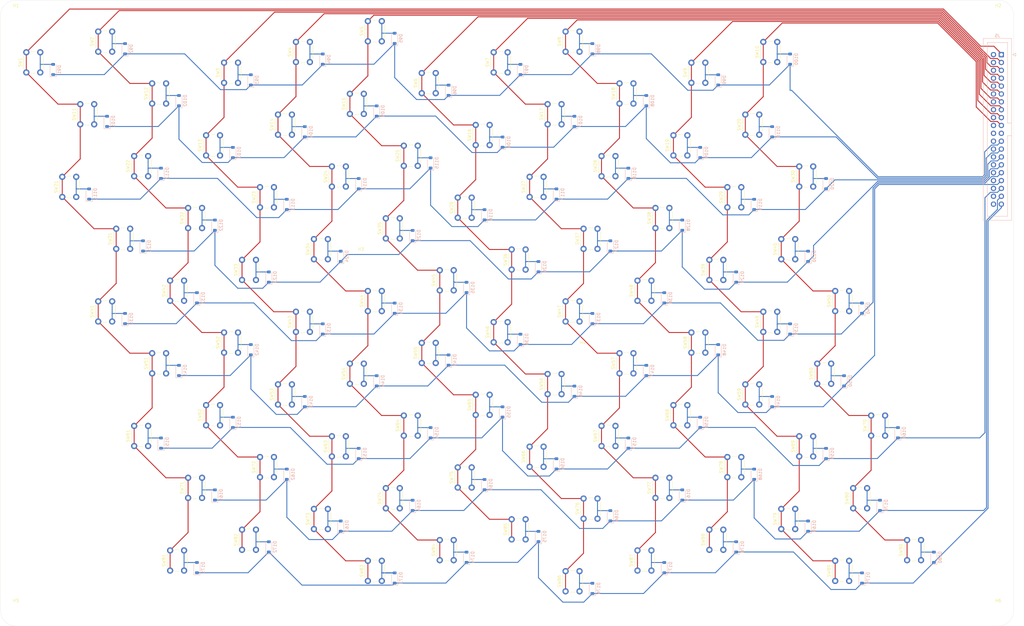
<source format=kicad_pcb>
(kicad_pcb (version 20240108) (generator "pcbnew") (generator_version "8.0")
  (layers (0 "F.Cu" signal) (31 "B.Cu" signal) (34 "B.Paste" user) (35 "F.Paste" user) (36 "B.SilkS" user "B.Silkscreen") (37 "F.SilkS" user "F.Silkscreen") (38 "B.Mask" user) (39 "F.Mask" user) (44 "Edge.Cuts" user))
  (net 0 "")
  (net 1 "/SC10")
  (net 2 "/SC12")
  (net 3 "/SC11")
  (net 4 "/SC14")
  (net 5 "/SC16")
  (net 6 "/SC13")
  (net 7 "/SC15")
  (net 8 "/SC18")
  (net 9 "/SC17")
  (net 11 "GND")
  (net 30 "Net-(D180-A)")
  (net 31 "Net-(D179-A)")
  (net 32 "Net-(D178-A)")
  (net 33 "Net-(D177-A)")
  (net 34 "Net-(D176-A)")
  (net 35 "Net-(D175-A)")
  (net 36 "Net-(D174-A)")
  (net 37 "Net-(D173-A)")
  (net 38 "Net-(D172-A)")
  (net 39 "Net-(D171-A)")
  (net 40 "Net-(D170-A)")
  (net 41 "Net-(D169-A)")
  (net 42 "Net-(D168-A)")
  (net 43 "Net-(D167-A)")
  (net 44 "Net-(D166-A)")
  (net 45 "Net-(D165-A)")
  (net 46 "Net-(D164-A)")
  (net 47 "Net-(D163-A)")
  (net 48 "Net-(D162-A)")
  (net 49 "Net-(D161-A)")
  (net 50 "Net-(D160-A)")
  (net 51 "Net-(D159-A)")
  (net 52 "Net-(D158-A)")
  (net 53 "Net-(D157-A)")
  (net 54 "Net-(D156-A)")
  (net 55 "Net-(D155-A)")
  (net 56 "Net-(D154-A)")
  (net 57 "Net-(D153-A)")
  (net 58 "Net-(D152-A)")
  (net 59 "Net-(D151-A)")
  (net 60 "Net-(D150-A)")
  (net 61 "Net-(D149-A)")
  (net 62 "Net-(D148-A)")
  (net 63 "Net-(D147-A)")
  (net 64 "Net-(D146-A)")
  (net 65 "Net-(D145-A)")
  (net 66 "Net-(D144-A)")
  (net 67 "Net-(D143-A)")
  (net 68 "Net-(D142-A)")
  (net 69 "Net-(D141-A)")
  (net 70 "Net-(D140-A)")
  (net 71 "Net-(D139-A)")
  (net 72 "Net-(D138-A)")
  (net 73 "Net-(D137-A)")
  (net 74 "Net-(D136-A)")
  (net 75 "Net-(D135-A)")
  (net 76 "Net-(D134-A)")
  (net 77 "Net-(D133-A)")
  (net 78 "Net-(D132-A)")
  (net 79 "Net-(D131-A)")
  (net 80 "Net-(D130-A)")
  (net 81 "Net-(D129-A)")
  (net 82 "Net-(D128-A)")
  (net 83 "Net-(D127-A)")
  (net 84 "Net-(D126-A)")
  (net 85 "Net-(D125-A)")
  (net 86 "Net-(D124-A)")
  (net 87 "Net-(D123-A)")
  (net 88 "Net-(D122-A)")
  (net 89 "Net-(D121-A)")
  (net 90 "Net-(D120-A)")
  (net 91 "Net-(D119-A)")
  (net 92 "Net-(D118-A)")
  (net 93 "Net-(D117-A)")
  (net 94 "Net-(D116-A)")
  (net 95 "Net-(D115-A)")
  (net 96 "Net-(D114-A)")
  (net 97 "Net-(D113-A)")
  (net 98 "Net-(D112-A)")
  (net 99 "Net-(D111-A)")
  (net 100 "Net-(D110-A)")
  (net 101 "/SR33")
  (net 102 "Net-(D109-A)")
  (net 103 "/SR35")
  (net 104 "Net-(D108-A)")
  (net 105 "/SR38")
  (net 106 "/SR36")
  (net 107 "/SR37")
  (net 108 "Net-(D107-A)")
  (net 109 "/SR40")
  (net 110 "/SR39")
  (net 111 "Net-(D106-A)")
  (net 112 "Net-(D105-A)")
  (net 113 "/SR31")
  (net 114 "Net-(D104-A)")
  (net 115 "Net-(D103-A)")
  (net 116 "Net-(D102-A)")
  (net 117 "Net-(D101-A)")
  (net 118 "Net-(D100-A)")
  (net 119 "Net-(D99-A)")
  (net 120 "Net-(D98-A)")
  (net 121 "/SR34")
  (net 122 "Net-(D97-A)")
  (net 123 "Net-(D96-A)")
  (net 124 "Net-(D95-A)")
  (net 125 "Net-(D94-A)")
  (net 126 "Net-(D93-A)")
  (net 127 "/SR32")
  (net 128 "Net-(D92-A)")
  (net 129 "Net-(D91-A)")
  (footprint "Button_Switch_THT:SW_PUSH_6mm_H5mm" (layer "F.Cu") (at 202.369271 36.651995 90)
    (property "Reference" "SW8")
    (property "Value" "SW_Push")
  )
  (footprint "Button_Switch_THT:SW_PUSH_6mm_H5mm" (layer "F.Cu") (at 138.562205 120.377055 90)
    (property "Reference" "SW44")
    (property "Value" "SW_Push")
  )
  (footprint "Button_Switch_THT:SW_PUSH_6mm_H5mm" (layer "F.Cu") (at 231.372483 180.659099 90)
    (property "Reference" "SW77")
    (property "Value" "SW_Push")
  )
  (footprint "Button_Switch_THT:SW_PUSH_6mm_H5mm" (layer "F.Cu") (at 167.565416 90.236034 90)
    (property "Reference" "SW26")
    (property "Value" "SW_Push")
  )
  (footprint "Button_Switch_THT:SW_PUSH_6mm_H5mm" (layer "F.Cu") (at 109.558993 150.518077 90)
    (property "Reference" "SW53")
    (property "Value" "SW_Push")
  )
  (footprint "Button_Switch_THT:SW_PUSH_6mm_H5mm" (layer "F.Cu") (at 150.163489 160.565085 90)
    (property "Reference" "SW64")
    (property "Value" "SW_Push")
  )
  (footprint "Button_Switch_THT:SW_PUSH_6mm_H5mm" (layer "F.Cu") (at 103.75835 173.961094 90)
    (property "Reference" "SW72")
    (property "Value" "SW_Push")
  )
  (footprint "Button_Switch_THT:SW_PUSH_6mm_H5mm" (layer "F.Cu") (at 277.777621 167.26309 90)
    (property "Reference" "SW69")
    (property "Value" "SW_Push")
  )
  (footprint "Button_Switch_THT:SW_PUSH_6mm_H5mm" (layer "F.Cu") (at 68.954496 140.47107 90)
    (property "Reference" "SW51")
    (property "Value" "SW_Push")
  )
  (footprint "Button_Switch_THT:SW_PUSH_6mm_H5mm" (layer "F.Cu") (at 126.96092 80.189026 90)
    (property "Reference" "SW24")
    (property "Value" "SW_Push")
  )
  (footprint "Button_Switch_THT:SW_PUSH_6mm_H5mm" (layer "F.Cu") (at 242.973767 133.773065 90)
    (property "Reference" "SW58")
    (property "Value" "SW_Push")
  )
  (footprint "Button_Switch_THT:SW_PUSH_6mm_H5mm" (layer "F.Cu") (at 208.169913 187.357104 90)
    (property "Reference" "SW76")
    (property "Value" "SW_Push")
  )
  (footprint "Button_Switch_THT:SW_PUSH_6mm_H5mm" (layer "F.Cu") (at 121.160277 190.706107 90)
    (property "Reference" "SW73")
    (property "Value" "SW_Push")
  )
  (footprint "Button_Switch_THT:SW_PUSH_6mm_H5mm" (layer "F.Cu") (at 161.764774 200.753114 90)
    (property "Reference" "SW84")
    (property "Value" "SW_Push")
  )
  (footprint "Button_Switch_THT:SW_PUSH_6mm_H5mm" (layer "F.Cu") (at 173.366059 66.793017 90)
    (property "Reference" "SW16")
    (property "Value" "SW_Push")
  )
  (footprint "Button_Switch_THT:SW_PUSH_6mm_H5mm" (layer "F.Cu") (at 248.77441 110.330048 90)
    (property "Reference" "SW39")
    (property "Value" "SW_Push")
  )
  (footprint "Button_Switch_THT:SW_PUSH_6mm_H5mm" (layer "F.Cu") (at 208.169913 100.283041 90)
    (property "Reference" "SW37")
    (property "Value" "SW_Push")
  )
  (footprint "Button_Switch_THT:SW_PUSH_6mm_H5mm" (layer "F.Cu") (at 179.166701 130.424063 90)
    (property "Reference" "SW46")
    (property "Value" "SW_Push")
  )
  (footprint "Button_Switch_THT:SW_PUSH_6mm_H5mm" (layer "F.Cu") (at 51.552569 123.726058 90)
    (property "Reference" "SW41")
    (property "Value" "SW_Push")
  )
  (footprint "Button_Switch_THT:SW_PUSH_6mm_H5mm" (layer "F.Cu") (at 312.581476 200.753114 90)
    (property "Reference" "SW90")
    (property "Value" "SW_Push")
  )
  (footprint "Button_Switch_THT:SW_PUSH_6mm_H5mm" (layer "F.Cu") (at 231.372483 93.585036 90)
    (property "Reference" "SW38")
    (property "Value" "SW_Push")
  )
  (footprint "Button_Switch_THT:SW_PUSH_6mm_H5mm" (layer "F.Cu") (at 68.954496 53.397007 90)
    (property "Reference" "SW12")
    (property "Value" "SW_Push")
  )
  (footprint "MountingHole:MountingHole_2.2mm_M2" (layer "F.Cu") (at 136.345872 103.60495)
    (property "Reference" "H3")
    (property "Value" "MountingHole")
  )
  (footprint "Button_Switch_THT:SW_PUSH_6mm_H5mm" (layer "F.Cu") (at 219.771198 53.397007 90)
    (property "Reference" "SW18")
    (property "Value" "SW_Push")
  )
  (footprint "Button_Switch_THT:SW_PUSH_6mm_H5mm" (layer "F.Cu") (at 115.359635 127.07506 90)
    (property "Reference" "SW43")
    (property "Value" "SW_Push")
  )
  (footprint "Button_Switch_THT:SW_PUSH_6mm_H5mm" (layer "F.Cu") (at 161.764774 113.679051 90)
    (property "Reference" "SW45")
    (property "Value" "SW_Push")
  )
  (footprint "Button_Switch_THT:SW_PUSH_6mm_H5mm" (layer "F.Cu") (at 213.970555 163.914087 90)
    (property "Reference" "SW67")
    (property "Value" "SW_Push")
  )
  (footprint "Button_Switch_THT:SW_PUSH_6mm_H5mm" (layer "F.Cu") (at 103.75835 86.887031 90)
    (property "Reference" "SW23")
    (property "Value" "SW_Push")
  )
  (footprint "Button_Switch_THT:SW_PUSH_6mm_H5mm" (layer "F.Cu") (at 132.761562 56.746009 90)
    (property "Reference" "SW15")
    (property "Value" "SW_Push")
  )
  (footprint "MountingHole:MountingHole_2.2mm_M2" (layer "F.Cu") (at 25 217)
    (property "Reference" "H5")
    (property "Value" "MountingHole")
  )
  (footprint "Button_Switch_THT:SW_PUSH_6mm_H5mm" (layer "F.Cu") (at 254.575052 86.887031 90)
    (property "Reference" "SW29")
    (property "Value" "SW_Push")
  )
  (footprint "Button_Switch_THT:SW_PUSH_6mm_H5mm" (layer "F.Cu") (at 271.976979 190.706107 90)
    (property "Reference" "SW79")
    (property "Value" "SW_Push")
  )
  (footprint "Button_Switch_THT:SW_PUSH_6mm_H5mm" (layer "F.Cu") (at 138.562205 207.451119 90)
    (property "Reference" "SW83")
    (property "Value" "SW_Push")
  )
  (footprint "Button_Switch_THT:SW_PUSH_6mm_H5mm" (layer "F.Cu") (at 92.157066 133.773065 90)
    (property "Reference" "SW52")
    (property "Value" "SW_Push")
  )
  (footprint "Button_Switch_THT:SW_PUSH_6mm_H5mm" (layer "F.Cu") (at 179.166701 43.35 90)
    (property "Reference" "SW7")
    (property "Value" "SW_Push")
  )
  (footprint "Button_Switch_THT:SW_PUSH_6mm_H5mm" (layer "F.Cu") (at 295.179549 184.008102 90)
    (property "Reference" "SW80")
    (property "Value" "SW_Push")
  )
  (footprint "Button_Switch_THT:SW_PUSH_6mm_H5mm" (layer "F.Cu") (at 39.951284 83.538029 90)
    (property "Reference" "SW21")
    (property "Value" "SW_Push")
  )
  (footprint "Button_Switch_THT:SW_PUSH_6mm_H5mm" (layer "F.Cu") (at 300.980191 160.565085 90)
    (property "Reference" "SW70")
    (property "Value" "SW_Push")
  )
  (footprint "Button_Switch_THT:SW_PUSH_6mm_H5mm" (layer "F.Cu") (at 74.755138 117.028053 90)
    (property "Reference" "SW42")
    (property "Value" "SW_Push")
  )
  (footprint "Button_Switch_THT:SW_PUSH_6mm_H5mm" (layer "F.Cu") (at 266.176337 40.000997 90)
    (property "Reference" "SW10")
    (property "Value" "SW_Push")
  )
  (footprint "Button_Switch_THT:SW_PUSH_6mm_H5mm" (layer "F.Cu") (at 260.375694 150.518077 90)
    (property "Reference" "SW59")
    (property "Value" "SW_Push")
  )
  (footprint "Button_Switch_THT:SW_PUSH_6mm_H5mm" (layer "F.Cu") (at 202.369271 123.726058 90)
    (property "Reference" "SW47")
    (property "Value" "SW_Push")
  )
  (footprint "MountingHole:MountingHole_2.2mm_M2" (layer "F.Cu") (at 25 25)
    (property "Reference" "H1")
    (property "Value" "MountingHole")
  )
  (footprint "Button_Switch_THT:SW_PUSH_6mm_H5mm" (layer "F.Cu") (at 266.176337 127.07506 90)
    (property "Reference" "SW49")
    (property "Value" "SW_Push")
  )
  (footprint "Button_Switch_THT:SW_PUSH_6mm_H5mm" (layer "F.Cu") (at 219.771198 140.47107 90)
    (property "Reference" "SW57")
    (property "Value" "SW_Push")
  )
  (footprint "Button_Switch_THT:SW_PUSH_6mm_H5mm" (layer "F.Cu") (at 196.568628 147.169075 90)
    (property "Reference" "SW56")
    (property "Value" "SW_Push")
  )
  (footprint "Button_Switch_THT:SW_PUSH_6mm_H5mm" (layer "F.Cu") (at 190.767986 83.538029 90)
    (property "Reference" "SW27")
    (property "Value" "SW_Push")
  )
  (footprint "Button_Switch_THT:SW_PUSH_6mm_H5mm" (layer "F.Cu") (at 190.767986 170.612092 90)
    (property "Reference" "SW66")
    (property "Value" "SW_Push")
  )
  (footprint "Button_Switch_THT:SW_PUSH_6mm_H5mm" (layer "F.Cu") (at 184.967344 194.055109 90)
    (property "Reference" "SW85")
    (property "Value" "SW_Push")
  )
  (footprint "Button_Switch_THT:SW_PUSH_6mm_H5mm" (layer "F.Cu") (at 132.761562 143.820073 90)
    (property "Reference" "SW54")
    (property "Value" "SW_Push")
  )
  (footprint "Button_Switch_THT:SW_PUSH_6mm_H5mm" (layer "F.Cu") (at 277.777621 80.189026 90)
    (property "Reference" "SW30")
    (property "Value" "SW_Push")
  )
  (footprint "Button_Switch_THT:SW_PUSH_6mm_H5mm" (layer "F.Cu") (at 138.562205 33.302992 90)
    (property "Reference" "SW5")
    (property "Value" "SW_Push")
  )
  (footprint "Button_Switch_THT:SW_PUSH_6mm_H5mm" (layer "F.Cu") (at 51.552569 36.651995 90)
    (property "Reference" "SW2")
    (property "Value" "SW_Push")
  )
  (footprint "Button_Switch_THT:SW_PUSH_6mm_H5mm" (layer "F.Cu") (at 167.565416 177.310097 90)
    (property "Reference" "SW75")
    (property "Value" "SW_Push")
  )
  (footprint "Button_Switch_THT:SW_PUSH_6mm_H5mm" (layer "F.Cu") (at 80.555781 180.659099 90)
    (property "Reference" "SW71")
    (property "Value" "SW_Push")
  )
  (footprint "Button_Switch_THT:SW_PUSH_6mm_H5mm" (layer "F.Cu") (at 57.353211 100.283041 90)
    (property "Reference" "SW31")
    (property "Value" "SW_Push")
  )
  (footprint "Button_Switch_THT:SW_PUSH_6mm_H5mm" (layer "F.Cu") (at 86.356423 70.142019 90)
    (property "Reference" "SW13")
    (property "Value" "SW_Push")
  )
  (footprint "Button_Switch_THT:SW_PUSH_6mm_H5mm" (layer "F.Cu") (at 225.57184 117.028053 90)
    (property "Reference" "SW48")
    (property "Value" "SW_Push")
  )
  (footprint "MountingHole:MountingHole_2.2mm_M2" (layer "F.Cu") (at 342 25)
    (property "Reference" "H2")
    (property "Value" "MountingHole")
  )
  (footprint "Button_Switch_THT:SW_PUSH_6mm_H5mm" (layer "F.Cu") (at 74.755138 204.102116 90)
    (property "Reference" "SW81")
    (property "Value" "SW_Push")
  )
  (footprint "Button_Switch_THT:SW_PUSH_6mm_H5mm" (layer "F.Cu") (at 109.558993 63.444014 90)
    (property "Reference" "SW14")
    (property "Value" "SW_Push")
  )
  (footprint "Button_Switch_THT:SW_PUSH_6mm_H5mm" (layer "F.Cu") (at 155.964132 137.122068 90)
    (property "Reference" "SW55")
    (property "Value" "SW_Push")
  )
  (footprint "Button_Switch_THT:SW_PUSH_6mm_H5mm" (layer "F.Cu") (at 237.173125 70.142019 90)
    (property "Reference" "SW19")
    (property "Value" "SW_Push")
  )
  (footprint "Button_Switch_THT:SW_PUSH_6mm_H5mm" (layer "F.Cu") (at 126.96092 167.26309 90)
    (property "Reference" "SW63")
    (property "Value" "SW_Push")
  )
  (footprint "Button_Switch_THT:SW_PUSH_6mm_H5mm" (layer "F.Cu") (at 92.157066 46.699002 90)
    (property "Reference" "SW3")
    (property "Value" "SW_Push")
  )
  (footprint "Button_Switch_THT:SW_PUSH_6mm_H5mm" (layer "F.Cu") (at 254.575052 173.961094 90)
    (property "Reference" "SW78")
    (property "Value" "SW_Push")
  )
  (footprint "Button_Switch_THT:SW_PUSH_6mm_H5mm" (layer "F.Cu") (at 196.568628 60.095012 90)
    (property "Reference" "SW17")
    (property "Value" "SW_Push")
  )
  (footprint "Button_Switch_THT:SW_PUSH_6mm_H5mm" (layer "F.Cu") (at 115.359635 40.000997 90)
    (property "Reference" "SW4")
    (property "Value" "SW_Push")
  )
  (footprint "Button_Switch_THT:SW_PUSH_6mm_H5mm" (layer "F.Cu") (at 184.967344 106.981046 90)
    (property "Reference" "SW36")
    (property "Value" "SW_Push")
  )
  (footprint "Button_Switch_THT:SW_PUSH_6mm_H5mm" (layer "F.Cu") (at 213.970555 76.840024 90)
    (property "Reference" "SW28")
    (property "Value" "SW_Push")
  )
  (footprint "Button_Switch_THT:SW_PUSH_6mm_H5mm" (layer "F.Cu") (at 28.35 43.35 90)
    (property "Reference" "SW1")
    (property "Value" "SW_Push")
  )
  (footprint "Button_Switch_THT:SW_PUSH_6mm_H5mm" (layer "F.Cu") (at 97.957708 110.330048 90)
    (property "Reference" "SW33")
    (property "Value" "SW_Push")
  )
  (footprint "Button_Switch_THT:SW_PUSH_6mm_H5mm" (layer "F.Cu") (at 63.153854 76.840024 90)
    (property "Reference" "SW22")
    (property "Value" "SW_Push")
  )
  (footprint "Button_Switch_THT:SW_PUSH_6mm_H5mm" (layer "F.Cu") (at 225.57184 204.102116 90)
    (property "Reference" "SW87")
    (property "Value" "SW_Push")
  )
  (footprint "Button_Switch_THT:SW_PUSH_6mm_H5mm" (layer "F.Cu") (at 144.362847 184.008102 90)
    (property "Reference" "SW74")
    (property "Value" "SW_Push")
  )
  (footprint "Button_Switch_THT:SW_PUSH_6mm_H5mm" (layer "F.Cu") (at 155.964132 50.048004 90)
    (property "Reference" "SW6")
    (property "Value" "SW_Push")
  )
  (footprint "Button_Switch_THT:SW_PUSH_6mm_H5mm" (layer "F.Cu") (at 144.362847 96.934038 90)
    (property "Reference" "SW35")
    (property "Value" "SW_Push")
  )
  (footprint "Button_Switch_THT:SW_PUSH_6mm_H5mm" (layer "F.Cu") (at 271.976979 103.632043 90)
    (property "Reference" "SW40")
    (property "Value" "SW_Push")
  )
  (footprint "Button_Switch_THT:SW_PUSH_6mm_H5mm" (layer "F.Cu") (at 97.957708 197.404111 90)
    (property "Reference" "SW82")
    (property "Value" "SW_Push")
  )
  (footprint "Button_Switch_THT:SW_PUSH_6mm_H5mm" (layer "F.Cu") (at 86.356423 157.216082 90)
    (property "Reference" "SW62")
    (property "Value" "SW_Push")
  )
  (footprint "Button_Switch_THT:SW_PUSH_6mm_H5mm" (layer "F.Cu") (at 237.173125 157.216082 90)
    (property "Reference" "SW68")
    (property "Value" "SW_Push")
  )
  (footprint "Button_Switch_THT:SW_PUSH_6mm_H5mm" (layer "F.Cu") (at 121.160277 103.632043 90)
    (property "Reference" "SW34")
    (property "Value" "SW_Push")
  )
  (footprint "Button_Switch_THT:SW_PUSH_6mm_H5mm" (layer "F.Cu") (at 45.751927 60.095012 90)
    (property "Reference" "SW11")
    (property "Value" "SW_Push")
  )
  (footprint "Button_Switch_THT:SW_PUSH_6mm_H5mm" (layer "F.Cu") (at 248.77441 197.404111 90)
    (property "Reference" "SW88")
    (property "Value" "SW_Push")
  )
  (footprint "Button_Switch_THT:SW_PUSH_6mm_H5mm" (layer "F.Cu") (at 173.366059 153.86708 90)
    (property "Reference" "SW65")
    (property "Value" "SW_Push")
  )
  (footprint "Button_Switch_THT:SW_PUSH_6mm_H5mm" (layer "F.Cu") (at 80.555781 93.585036 90)
    (property "Reference" "SW32")
    (property "Value" "SW_Push")
  )
  (footprint "Button_Switch_THT:SW_PUSH_6mm_H5mm" (layer "F.Cu") (at 150.163489 73.491021 90)
    (property "Reference" "SW25")
    (property "Value" "SW_Push")
  )
  (footprint "Button_Switch_THT:SW_PUSH_6mm_H5mm" (layer "F.Cu") (at 202.369271 210.800121 90)
    (property "Reference" "SW86")
    (property "Value" "SW_Push")
  )
  (footprint "MountingHole:MountingHole_2.2mm_M2" (layer "F.Cu") (at 207.897215 133.76558)
    (property "Reference" "H4")
    (property "Value" "MountingHole")
  )
  (footprint "Button_Switch_THT:SW_PUSH_6mm_H5mm" (layer "F.Cu") (at 242.973767 46.699002 90)
    (property "Reference" "SW9")
    (property "Value" "SW_Push")
  )
  (footprint "Button_Switch_THT:SW_PUSH_6mm_H5mm" (layer "F.Cu") (at 63.153854 163.914087 90)
    (property "Reference" "SW61")
    (property "Value" "SW_Push")
  )
  (footprint "Button_Switch_THT:SW_PUSH_6mm_H5mm" (layer "F.Cu") (at 283.578264 143.820073 90)
    (property "Reference" "SW60")
    (property "Value" "SW_Push")
  )
  (footprint "MountingHole:MountingHole_2.2mm_M2" (layer "F.Cu") (at 342 217)
    (property "Reference" "H6")
    (property "Value" "MountingHole")
  )
  (footprint "Button_Switch_THT:SW_PUSH_6mm_H5mm" (layer "F.Cu") (at 289.378906 207.451119 90)
    (property "Reference" "SW89")
    (property "Value" "SW_Push")
  )
  (footprint "Button_Switch_THT:SW_PUSH_6mm_H5mm" (layer "F.Cu") (at 260.375694 63.444014 90)
    (property "Reference" "SW20")
    (property "Value" "SW_Push")
  )
  (footprint "Button_Switch_THT:SW_PUSH_6mm_H5mm" (layer "F.Cu") (at 289.378906 120.377055 90)
    (property "Reference" "SW50")
    (property "Value" "SW_Push")
  )
  (footprint "Diode_SMD:D_SOD-123" (layer "B.Cu") (at 274.826337 39.050997 90)
    (property "Reference" "D100")
    (property "Value" "D")
  )
  (footprint "Diode_SMD:D_SOD-123" (layer "B.Cu") (at 240.022483 179.709099 90)
    (property "Reference" "D167")
    (property "Value" "D")
  )
  (footprint "Diode_SMD:D_SOD-123" (layer "B.Cu") (at 124.009635 126.12506 90)
    (property "Reference" "D133")
    (property "Value" "D")
  )
  (footprint "Diode_SMD:D_SOD-123" (layer "B.Cu") (at 170.414774 199.803114 90)
    (property "Reference" "D174")
    (property "Value" "D")
  )
  (footprint "Diode_SMD:D_SOD-123" (layer "B.Cu") (at 147.212205 206.501119 90)
    (property "Reference" "D173")
    (property "Value" "D")
  )
  (footprint "Diode_SMD:D_SOD-123" (layer "B.Cu") (at 216.819913 99.333041 90)
    (property "Reference" "D127")
    (property "Value" "D")
  )
  (footprint "Diode_SMD:D_SOD-123" (layer "B.Cu") (at 95.006423 69.192019 90)
    (property "Reference" "D103")
    (property "Value" "D")
  )
  (footprint "Diode_SMD:D_SOD-123" (layer "B.Cu") (at 147.212205 32.352992 90)
    (property "Reference" "D95")
    (property "Value" "D")
  )
  (footprint "Diode_SMD:D_SOD-123" (layer "B.Cu") (at 321.231476 199.803114 90)
    (property "Reference" "D180")
    (property "Value" "D")
  )
  (footprint "Diode_SMD:D_SOD-123" (layer "B.Cu") (at 141.411562 55.796009 90)
    (property "Reference" "D105")
    (property "Value" "D")
  )
  (footprint "Diode_SMD:D_SOD-123" (layer "B.Cu") (at 245.823125 69.192019 90)
    (property "Reference" "D109")
    (property "Value" "D")
  )
  (footprint "Diode_SMD:D_SOD-123" (layer "B.Cu") (at 205.218628 59.145012 90)
    (property "Reference" "D107")
    (property "Value" "D")
  )
  (footprint "Diode_SMD:D_SOD-123" (layer "B.Cu") (at 280.626979 189.756107 90)
    (property "Reference" "D169")
    (property "Value" "D")
  )
  (footprint "Connector_IDC:IDC-Header_2x20_P2.54mm_Vertical" (layer "B.Cu") (at 343 37.6 180)
    (property "Reference" "J5")
    (property "Value" "Conn_02x20_Odd_Even")
  )
  (footprint "Diode_SMD:D_SOD-123" (layer "B.Cu") (at 153.012847 183.058102 90)
    (property "Reference" "D164")
    (property "Value" "D")
  )
  (footprint "Diode_SMD:D_SOD-123" (layer "B.Cu") (at 240.022483 92.635036 90)
    (property "Reference" "D128")
    (property "Value" "D")
  )
  (footprint "Diode_SMD:D_SOD-123" (layer "B.Cu") (at 251.623767 45.749002 90)
    (property "Reference" "D99")
    (property "Value" "D")
  )
  (footprint "Diode_SMD:D_SOD-123" (layer "B.Cu") (at 71.803854 162.964087 90)
    (property "Reference" "D151")
    (property "Value" "D")
  )
  (footprint "Diode_SMD:D_SOD-123" (layer "B.Cu") (at 303.829549 183.058102 90)
    (property "Reference" "D170")
    (property "Value" "D")
  )
  (footprint "Diode_SMD:D_SOD-123" (layer "B.Cu") (at 112.40835 85.937031 90)
    (property "Reference" "D113")
    (property "Value" "D")
  )
  (footprint "Diode_SMD:D_SOD-123" (layer "B.Cu") (at 205.218628 146.219075 90)
    (property "Reference" "D146")
    (property "Value" "D")
  )
  (footprint "Diode_SMD:D_SOD-123" (layer "B.Cu") (at 216.819913 186.407104 90)
    (property "Reference" "D166")
    (property "Value" "D")
  )
  (footprint "Diode_SMD:D_SOD-123" (layer "B.Cu") (at 251.623767 132.823065 90)
    (property "Reference" "D148")
    (property "Value" "D")
  )
  (footprint "Diode_SMD:D_SOD-123" (layer "B.Cu") (at 37 42.4 90)
    (property "Reference" "D91")
    (property "Value" "D")
  )
  (footprint "Diode_SMD:D_SOD-123" (layer "B.Cu") (at 48.601284 82.588029 90)
    (property "Reference" "D111")
    (property "Value" "D")
  )
  (footprint "Diode_SMD:D_SOD-123" (layer "B.Cu") (at 211.019271 122.776058 90)
    (property "Reference" "D137")
    (property "Value" "D")
  )
  (footprint "Diode_SMD:D_SOD-123" (layer "B.Cu") (at 112.40835 173.011094 90)
    (property "Reference" "D162")
    (property "Value" "D")
  )
  (footprint "Diode_SMD:D_SOD-123" (layer "B.Cu") (at 106.607708 196.454111 90)
    (property "Reference" "D172")
    (property "Value" "D")
  )
  (footprint "Diode_SMD:D_SOD-123" (layer "B.Cu") (at 286.427621 166.31309 90)
    (property "Reference" "D159")
    (property "Value" "D")
  )
  (footprint "Diode_SMD:D_SOD-123" (layer "B.Cu") (at 234.22184 203.152116 90)
    (property "Reference" "D177")
    (property "Value" "D")
  )
  (footprint "Diode_SMD:D_SOD-123" (layer "B.Cu") (at 124.009635 39.050997 90)
    (property "Reference" "D94")
    (property "Value" "D")
  )
  (footprint "Diode_SMD:D_SOD-123" (layer "B.Cu") (at 222.620555 162.964087 90)
    (property "Reference" "D157")
    (property "Value" "D")
  )
  (footprint "Diode_SMD:D_SOD-123" (layer "B.Cu") (at 269.025694 62.494014 90)
    (property "Reference" "D110")
    (property "Value" "D")
  )
  (footprint "Diode_SMD:D_SOD-123" (layer "B.Cu") (at 118.208993 62.494014 90)
    (property "Reference" "D104")
    (property "Value" "D")
  )
  (footprint "Diode_SMD:D_SOD-123" (layer "B.Cu") (at 100.807066 132.823065 90)
    (property "Reference" "D142")
    (property "Value" "D")
  )
  (footprint "Diode_SMD:D_SOD-123" (layer "B.Cu") (at 71.803854 75.890024 90)
    (property "Reference" "D112")
    (property "Value" "D")
  )
  (footprint "Diode_SMD:D_SOD-123" (layer "B.Cu") (at 129.810277 102.682043 90)
    (property "Reference" "D124")
    (property "Value" "D")
  )
  (footprint "Diode_SMD:D_SOD-123" (layer "B.Cu") (at 141.411562 142.870073 90)
    (property "Reference" "D144")
    (property "Value" "D")
  )
  (footprint "Diode_SMD:D_SOD-123" (layer "B.Cu") (at 164.614132 136.172068 90)
    (property "Reference" "D145")
    (property "Value" "D")
  )
  (footprint "Diode_SMD:D_SOD-123" (layer "B.Cu") (at 298.028906 119.427055 90)
    (property "Reference" "D140")
    (property "Value" "D")
  )
  (footprint "Diode_SMD:D_SOD-123" (layer "B.Cu") (at 129.810277 189.756107 90)
    (property "Reference" "D163")
    (property "Value" "D")
  )
  (footprint "Diode_SMD:D_SOD-123" (layer "B.Cu") (at 274.826337 126.12506 90)
    (property "Reference" "D139")
    (property "Value" "D")
  )
  (footprint "Diode_SMD:D_SOD-123" (layer "B.Cu") (at 77.604496 139.52107 90)
    (property "Reference" "D141")
    (property "Value" "D")
  )
  (footprint "Diode_SMD:D_SOD-123" (layer "B.Cu") (at 257.42441 109.380048 90)
    (property "Reference" "D129")
    (property "Value" "D")
  )
  (footprint "Diode_SMD:D_SOD-123" (layer "B.Cu") (at 170.414774 112.729051 90)
    (property "Reference" "D135")
    (property "Value" "D")
  )
  (footprint "Diode_SMD:D_SOD-123" (layer "B.Cu") (at 292.228264 142.870073 90)
    (property "Reference" "D150")
    (property "Value" "D")
  )
  (footprint "Diode_SMD:D_SOD-123" (layer "B.Cu") (at 66.003211 99.333041 90)
    (property "Reference" "D121")
    (property "Value" "D")
  )
  (footprint "Diode_SMD:D_SOD-123" (layer "B.Cu") (at 147.212205 119.427055 90)
    (property "Reference" "D134")
    (property "Value" "D")
  )
  (footprint "Diode_SMD:D_SOD-123" (layer "B.Cu") (at 164.614132 49.098004 90)
    (property "Reference" "D96")
    (property "Value" "D")
  )
  (footprint "Diode_SMD:D_SOD-123" (layer "B.Cu") (at 89.205781 92.635036 90)
    (property "Reference" "D122")
    (property "Value" "D")
  )
  (footprint "Diode_SMD:D_SOD-123" (layer "B.Cu") (at 100.807066 45.749002 90)
    (property "Reference" "D93")
    (property "Value" "D")
  )
  (footprint "Diode_SMD:D_SOD-123" (layer "B.Cu") (at 158.813489 72.541021 90)
    (property "Reference" "D115")
    (property "Value" "D")
  )
  (footprint "Diode_SMD:D_SOD-123" (layer "B.Cu") (at 257.42441 196.454111 90)
    (property "Reference" "D178")
    (property "Value" "D")
  )
  (footprint "Diode_SMD:D_SOD-123" (layer "B.Cu") (at 211.019271 209.850121 90)
    (property "Reference" "D176")
    (property "Value" "D")
  )
  (footprint "Diode_SMD:D_SOD-123" (layer "B.Cu") (at 153.012847 95.984038 90)
    (property "Reference" "D125")
    (property "Value" "D")
  )
  (footprint "Diode_SMD:D_SOD-123" (layer "B.Cu") (at 193.617344 193.105109 90)
    (property "Reference" "D175")
    (property "Value" "D")
  )
  (footprint "Diode_SMD:D_SOD-123" (layer "B.Cu") (at 199.417986 169.662092 90)
    (property "Reference" "D156")
    (property "Value" "D")
  )
  (footprint "Diode_SMD:D_SOD-123" (layer "B.Cu") (at 95.006423 156.266082 90)
    (property "Reference" "D152")
    (property "Value" "D")
  )
  (footprint "Diode_SMD:D_SOD-123" (layer "B.Cu") (at 176.215416 89.286034 90)
    (property "Reference" "D116")
    (property "Value" "D")
  )
  (footprint "Diode_SMD:D_SOD-123" (layer "B.Cu") (at 135.61092 79.239026 90)
    (property "Reference" "D114")
    (property "Value" "D")
  )
  (footprint "Diode_SMD:D_SOD-123" (layer "B.Cu") (at 60.202569 122.776058 90)
    (property "Reference" "D131")
    (property "Value" "D")
  )
  (footprint "Diode_SMD:D_SOD-123" (layer "B.Cu") (at 176.215416 176.360097 90)
    (property "Reference" "D165")
    (property "Value" "D")
  )
  (footprint "Diode_SMD:D_SOD-123" (layer "B.Cu") (at 234.22184 116.078053 90)
    (property "Reference" "D138")
    (property "Value" "D")
  )
  (footprint "Diode_SMD:D_SOD-123" (layer "B.Cu") (at 83.405138 116.078053 90)
    (property "Reference" "D132")
    (property "Value" "D")
  )
  (footprint "Diode_SMD:D_SOD-123" (layer "B.Cu") (at 106.607708 109.380048 90)
    (property "Reference" "D123")
    (property "Value" "D")
  )
  (footprint "Diode_SMD:D_SOD-123" (layer "B.Cu") (at 228.421198 52.447007 90)
    (property "Reference" "D108")
    (property "Value" "D")
  )
  (footprint "Diode_SMD:D_SOD-123" (layer "B.Cu") (at 182.016059 65.843017 90)
    (property "Reference" "D106")
    (property "Value" "D")
  )
  (footprint "Diode_SMD:D_SOD-123" (layer "B.Cu") (at 222.620555 75.890024 90)
    (property "Reference" "D118")
    (property "Value" "D")
  )
  (footprint "Diode_SMD:D_SOD-123" (layer "B.Cu") (at 193.617344 106.031046 90)
    (property "Reference" "D126")
    (property "Value" "D")
  )
  (footprint "Diode_SMD:D_SOD-123" (layer "B.Cu") (at 187.816701 129.474063 90)
    (property "Reference" "D136")
    (property "Value" "D")
  )
  (footprint "Diode_SMD:D_SOD-123" (layer "B.Cu") (at 89.205781 179.709099 90)
    (property "Reference" "D161")
    (property "Value" "D")
  )
  (footprint "Diode_SMD:D_SOD-123" (layer "B.Cu") (at 211.019271 35.701995 90)
    (property "Reference" "D98")
    (property "Value" "D")
  )
  (footprint "Diode_SMD:D_SOD-123" (layer "B.Cu") (at 309.630191 159.615085 90)
    (property "Reference" "D160")
    (property "Value" "D")
  )
  (footprint "Diode_SMD:D_SOD-123" (layer "B.Cu") (at 77.604496 52.447007 90)
    (property "Reference" "D102")
    (property "Value" "D")
  )
  (footprint "Diode_SMD:D_SOD-123" (layer "B.Cu") (at 269.025694 149.568077 90)
    (property "Reference" "D149")
    (property "Value" "D")
  )
  (footprint "Diode_SMD:D_SOD-123" (layer "B.Cu") (at 135.61092 166.31309 90)
    (property "Reference" "D153")
    (property "Value" "D")
  )
  (footprint "Diode_SMD:D_SOD-123" (layer "B.Cu") (at 298.028906 206.501119 90)
    (property "Reference" "D179")
    (property "Value" "D")
  )
  (footprint "Diode_SMD:D_SOD-123" (layer "B.Cu") (at 187.816701 42.4 90)
    (property "Reference" "D97")
    (property "Value" "D")
  )
  (footprint "Diode_SMD:D_SOD-123" (layer "B.Cu") (at 60.202569 35.701995 90)
    (property "Reference" "D92")
    (property "Value" "D")
  )
  (footprint "Diode_SMD:D_SOD-123" (layer "B.Cu") (at 118.208993 149.568077 90)
    (property "Reference" "D143")
    (property "Value" "D")
  )
  (footprint "Diode_SMD:D_SOD-123" (layer "B.Cu") (at 199.417986 82.588029 90)
    (property "Reference" "D117")
    (property "Value" "D")
  )
  (footprint "Diode_SMD:D_SOD-123" (layer "B.Cu") (at 280.626979 102.682043 90)
    (property "Reference" "D130")
    (property "Value" "D")
  )
  (footprint "Diode_SMD:D_SOD-123" (layer "B.Cu") (at 263.225052 85.937031 90)
    (property "Reference" "D119")
    (property "Value" "D")
  )
  (footprint "Diode_SMD:D_SOD-123" (layer "B.Cu") (at 245.823125 156.266082 90)
    (property "Reference" "D158")
    (property "Value" "D")
  )
  (footprint "Diode_SMD:D_SOD-123" (layer "B.Cu") (at 54.401927 59.145012 90)
    (property "Reference" "D101")
    (property "Value" "D")
  )
  (footprint "Diode_SMD:D_SOD-123" (layer "B.Cu") (at 286.427621 79.239026 90)
    (property "Reference" "D120")
    (property "Value" "D")
  )
  (footprint "Diode_SMD:D_SOD-123" (layer "B.Cu") (at 158.813489 159.615085 90)
    (property "Reference" "D154")
    (property "Value" "D")
  )
  (footprint "Diode_SMD:D_SOD-123" (layer "B.Cu") (at 182.016059 152.91708 90)
    (property "Reference" "D155")
    (property "Value" "D")
  )
  (footprint "Diode_SMD:D_SOD-123" (layer "B.Cu") (at 228.421198 139.52107 90)
    (property "Reference" "D147")
    (property "Value" "D")
  )
  (footprint "Diode_SMD:D_SOD-123" (layer "B.Cu") (at 263.225052 173.011094 90)
    (property "Reference" "D168")
    (property "Value" "D")
  )
  (footprint "Diode_SMD:D_SOD-123" (layer "B.Cu") (at 83.405138 203.152116 90)
    (property "Reference" "D171")
    (property "Value" "D")
  )
  (gr_arc (start 347 217) (mid 345.535534 220.535534) (end 342 222) (stroke (width 0.05)) (layer "Edge.Cuts"))
  (gr_line (start 25 222) (end 342 222) (stroke (width 0.05)) (layer "Edge.Cuts"))
  (gr_arc (start 25 222) (mid 21.464466 220.535534) (end 20 217) (stroke (width 0.05)) (layer "Edge.Cuts"))
  (gr_line (start 342 20) (end 25 20) (stroke (width 0.05)) (layer "Edge.Cuts"))
  (gr_line (start 347 217) (end 347 25) (stroke (width 0.05)) (layer "Edge.Cuts"))
  (gr_arc (start 20 25) (mid 21.464466 21.464466) (end 25 20) (stroke (width 0.05)) (layer "Edge.Cuts"))
  (gr_line (start 20 25) (end 20 217) (stroke (width 0.05)) (layer "Edge.Cuts"))
  (gr_arc (start 342 20) (mid 345.535534 21.464466) (end 347 25) (stroke (width 0.05)) (layer "Edge.Cuts"))
  (segment (start 60.202569 37.351995) (end 79.451995 37.351995) (width 0.3) (layer "B.Cu") (net 1))
  (segment (start 336.963905 77.007671) (end 337.6 76.371576) (width 0.3) (layer "B.Cu") (net 1))
  (segment (start 303.214777 77.007671) (end 336.963905 77.007671) (width 0.3) (layer "B.Cu") (net 1))
  (segment (start 337.6 76.371576) (end 337.6 69) (width 0.3) (layer "B.Cu") (net 1))
  (segment (start 53.504564 44.05) (end 60.202569 37.351995) (width 0.3) (layer "B.Cu") (net 1))
  (segment (start 181.118697 50.748004) (end 187.816701 44.05) (width 0.3) (layer "B.Cu") (net 1))
  (segment (start 154.3 52.1) (end 163.262136 52.1) (width 0.3) (layer "B.Cu") (net 1))
  (segment (start 337.6 69) (end 339.79519 66.80481) (width 0.3) (layer "B.Cu") (net 1))
  (segment (start 241.8 49.1) (end 249.922769 49.1) (width 0.3) (layer "B.Cu") (net 1))
  (segment (start 163.262136 52.1) (end 164.614132 50.748004) (width 0.3) (layer "B.Cu") (net 1))
  (segment (start 147.212205 45.012205) (end 154.3 52.1) (width 0.3) (layer "B.Cu") (net 1))
  (segment (start 251.623767 47.399002) (end 268.128332 47.399002) (width 0.3) (layer "B.Cu") (net 1))
  (segment (start 79.451995 37.351995) (end 91 48.9) (width 0.3) (layer "B.Cu") (net 1))
  (segment (start 147.212205 34.002992) (end 147.212205 45.012205) (width 0.3) (layer "B.Cu") (net 1))
  (segment (start 274.826337 40.700997) (end 274.826337 49.126337) (width 0.3) (layer "B.Cu") (net 1))
  (segment (start 211.019271 37.351995) (end 230.051995 37.351995) (width 0.3) (layer "B.Cu") (net 1))
  (segment (start 117.400998 47.399002) (end 124.009635 40.790365) (width 0.3) (layer "B.Cu") (net 1))
  (segment (start 124.009635 40.790365) (end 124.009635 40.700997) (width 0.3) (layer "B.Cu") (net 1))
  (segment (start 37 44.05) (end 53.504564 44.05) (width 0.3) (layer "B.Cu") (net 1))
  (segment (start 275.333443 49.126337) (end 303.214777 77.007671) (width 0.3) (layer "B.Cu") (net 1))
  (segment (start 249.922769 49.1) (end 251.623767 47.399002) (width 0.3) (layer "B.Cu") (net 1))
  (segment (start 268.128332 47.399002) (end 274.826337 40.700997) (width 0.3) (layer "B.Cu") (net 1))
  (segment (start 100.807066 47.399002) (end 117.400998 47.399002) (width 0.3) (layer "B.Cu") (net 1))
  (segment (start 124.009635 40.700997) (end 140.5142 40.700997) (width 0.3) (layer "B.Cu") (net 1))
  (segment (start 339.79519 66.80481) (end 341.73519 66.80481) (width 0.3) (layer "B.Cu") (net 1))
  (segment (start 274.826337 49.126337) (end 275.333443 49.126337) (width 0.3) (layer "B.Cu") (net 1))
  (segment (start 230.051995 37.351995) (end 241.8 49.1) (width 0.3) (layer "B.Cu") (net 1))
  (segment (start 204.321266 44.05) (end 211.019271 37.351995) (width 0.3) (layer "B.Cu") (net 1))
  (segment (start 164.614132 50.748004) (end 181.118697 50.748004) (width 0.3) (layer "B.Cu") (net 1))
  (segment (start 341.73519 66.80481) (end 343 65.54) (width 0.3) (layer "B.Cu") (net 1))
  (segment (start 99.306068 48.9) (end 100.807066 47.399002) (width 0.3) (layer "B.Cu") (net 1))
  (segment (start 140.5142 40.700997) (end 147.212205 34.002992) (width 0.3) (layer "B.Cu") (net 1))
  (segment (start 91 48.9) (end 99.306068 48.9) (width 0.3) (layer "B.Cu") (net 1))
  (segment (start 187.816701 44.05) (end 204.321266 44.05) (width 0.3) (layer "B.Cu") (net 1))
  (segment (start 261.512083 89.3) (end 263.225052 87.587031) (width 0.3) (layer "B.Cu") (net 2))
  (segment (start 48.601284 84.238029) (end 65.105849 84.238029) (width 0.3) (layer "B.Cu") (net 2))
  (segment (start 286.427621 80.889026) (end 286.427621 80.872379) (width 0.3) (layer "B.Cu") (net 2))
  (segment (start 128.912915 87.587031) (end 135.61092 80.889026) (width 0.3) (layer "B.Cu") (net 2))
  (segment (start 241.340024 77.540024) (end 253.1 89.3) (width 0.3) (layer "B.Cu") (net 2))
  (segment (start 263.225052 87.587031) (end 279.729616 87.587031) (width 0.3) (layer "B.Cu") (net 2))
  (segment (start 222.620555 77.540024) (end 241.340024 77.540024) (width 0.3) (layer "B.Cu") (net 2))
  (segment (start 341.7259 71.8941) (end 343 70.62) (width 0.3) (layer "B.Cu") (net 2))
  (segment (start 109.795381 90.2) (end 112.40835 87.587031) (width 0.3) (layer "B.Cu") (net 2))
  (segment (start 90.040024 77.540024) (end 102.7 90.2) (width 0.3) (layer "B.Cu") (net 2))
  (segment (start 135.61092 80.889026) (end 152.115484 80.889026) (width 0.3) (layer "B.Cu") (net 2))
  (segment (start 158.813489 74.191021) (end 158.813489 86.213489) (width 0.3) (layer "B.Cu") (net 2))
  (segment (start 338.6 73) (end 339.7059 71.8941) (width 0.3) (layer "B.Cu") (net 2))
  (segment (start 279.729616 87.587031) (end 286.427621 80.889026) (width 0.3) (layer "B.Cu") (net 2))
  (segment (start 112.40835 87.587031) (end 128.912915 87.587031) (width 0.3) (layer "B.Cu") (net 2))
  (segment (start 339.7059 71.8941) (end 341.7259 71.8941) (width 0.3) (layer "B.Cu") (net 2))
  (segment (start 289.292329 78.007671) (end 337.378117 78.007671) (width 0.3) (layer "B.Cu") (net 2))
  (segment (start 174.05145 93.1) (end 176.215416 90.936034) (width 0.3) (layer "B.Cu") (net 2))
  (segment (start 199.417986 84.238029) (end 215.92255 84.238029) (width 0.3) (layer "B.Cu") (net 2))
  (segment (start 165.7 93.1) (end 174.05145 93.1) (width 0.3) (layer "B.Cu") (net 2))
  (segment (start 71.803854 77.540024) (end 90.040024 77.540024) (width 0.3) (layer "B.Cu") (net 2))
  (segment (start 286.427621 80.872379) (end 289.292329 78.007671) (width 0.3) (layer "B.Cu") (net 2))
  (segment (start 338.6 76.785788) (end 338.6 73) (width 0.3) (layer "B.Cu") (net 2))
  (segment (start 253.1 89.3) (end 261.512083 89.3) (width 0.3) (layer "B.Cu") (net 2))
  (segment (start 337.378117 78.007671) (end 338.6 76.785788) (width 0.3) (layer "B.Cu") (net 2))
  (segment (start 158.813489 86.213489) (end 165.7 93.1) (width 0.3) (layer "B.Cu") (net 2))
  (segment (start 176.215416 90.936034) (end 192.719981 90.936034) (width 0.3) (layer "B.Cu") (net 2))
  (segment (start 152.115484 80.889026) (end 158.813489 74.191021) (width 0.3) (layer "B.Cu") (net 2))
  (segment (start 192.719981 90.936034) (end 199.417986 84.238029) (width 0.3) (layer "B.Cu") (net 2))
  (segment (start 215.92255 84.238029) (end 222.620555 77.540024) (width 0.3) (layer "B.Cu") (net 2))
  (segment (start 102.7 90.2) (end 109.795381 90.2) (width 0.3) (layer "B.Cu") (net 2))
  (segment (start 65.105849 84.238029) (end 71.803854 77.540024) (width 0.3) (layer "B.Cu") (net 2))
  (segment (start 269.025694 64.144014) (end 289.644014 64.144014) (width 0.3) (layer "B.Cu") (net 3))
  (segment (start 182.016059 67.493017) (end 198.520623 67.493017) (width 0.3) (layer "B.Cu") (net 3))
  (segment (start 198.520623 67.493017) (end 205.218628 60.795012) (width 0.3) (layer "B.Cu") (net 3))
  (segment (start 118.208993 64.144014) (end 134.713557 64.144014) (width 0.3) (layer "B.Cu") (net 3))
  (segment (start 77.604496 64.904496) (end 85.1 72.4) (width 0.3) (layer "B.Cu") (net 3))
  (segment (start 172.2 69.2) (end 180.309076 69.2) (width 0.3) (layer "B.Cu") (net 3))
  (segment (start 339.750024 69.349976) (end 341.730024 69.349976) (width 0.3) (layer "B.Cu") (net 3))
  (segment (start 244.165144 72.5) (end 245.823125 70.842019) (width 0.3) (layer "B.Cu") (net 3))
  (segment (start 228.421198 64.721198) (end 236.2 72.5) (width 0.3) (layer "B.Cu") (net 3))
  (segment (start 160.446009 57.446009) (end 172.2 69.2) (width 0.3) (layer "B.Cu") (net 3))
  (segment (start 93.448442 72.4) (end 95.006423 70.842019) (width 0.3) (layer "B.Cu") (net 3))
  (segment (start 134.713557 64.144014) (end 141.411562 57.446009) (width 0.3) (layer "B.Cu") (net 3))
  (segment (start 180.309076 69.2) (end 182.016059 67.493017) (width 0.3) (layer "B.Cu") (net 3))
  (segment (start 236.2 72.5) (end 244.165144 72.5) (width 0.3) (layer "B.Cu") (net 3))
  (segment (start 111.510988 70.842019) (end 118.208993 64.144014) (width 0.3) (layer "B.Cu") (net 3))
  (segment (start 289.644014 64.144014) (end 303.007671 77.507671) (width 0.3) (layer "B.Cu") (net 3))
  (segment (start 337.171011 77.507671) (end 338.1 76.578682) (width 0.3) (layer "B.Cu") (net 3))
  (segment (start 95.006423 70.842019) (end 111.510988 70.842019) (width 0.3) (layer "B.Cu") (net 3))
  (segment (start 221.723193 60.795012) (end 228.421198 54.097007) (width 0.3) (layer "B.Cu") (net 3))
  (segment (start 341.730024 69.349976) (end 343 68.08) (width 0.3) (layer "B.Cu") (net 3))
  (segment (start 338.1 71) (end 339.750024 69.349976) (width 0.3) (layer "B.Cu") (net 3))
  (segment (start 262.327689 70.842019) (end 269.025694 64.144014) (width 0.3) (layer "B.Cu") (net 3))
  (segment (start 85.1 72.4) (end 93.448442 72.4) (width 0.3) (layer "B.Cu") (net 3))
  (segment (start 245.823125 70.842019) (end 262.327689 70.842019) (width 0.3) (layer "B.Cu") (net 3))
  (segment (start 338.1 76.578682) (end 338.1 71) (width 0.3) (layer "B.Cu") (net 3))
  (segment (start 54.401927 60.795012) (end 70.906491 60.795012) (width 0.3) (layer "B.Cu") (net 3))
  (segment (start 70.906491 60.795012) (end 77.604496 54.097007) (width 0.3) (layer "B.Cu") (net 3))
  (segment (start 77.604496 54.097007) (end 77.604496 64.904496) (width 0.3) (layer "B.Cu") (net 3))
  (segment (start 205.218628 60.795012) (end 221.723193 60.795012) (width 0.3) (layer "B.Cu") (net 3))
  (segment (start 141.411562 57.446009) (end 160.446009 57.446009) (width 0.3) (layer "B.Cu") (net 3))
  (segment (start 303.007671 77.507671) (end 337.171011 77.507671) (width 0.3) (layer "B.Cu") (net 3))
  (segment (start 228.421198 54.097007) (end 228.421198 64.721198) (width 0.3) (layer "B.Cu") (net 3))
  (segment (start 291.330901 127.77506) (end 298.028906 121.077055) (width 0.3) (layer "B.Cu") (net 4))
  (segment (start 60.202569 124.426058) (end 76.707133 124.426058) (width 0.3) (layer "B.Cu") (net 4))
  (segment (start 339.832336 76.967664) (end 341.732336 76.967664) (width 0.3) (layer "B.Cu") (net 4))
  (segment (start 83.405138 117.728053) (end 101.728053 117.728053) (width 0.3) (layer "B.Cu") (net 4))
  (segment (start 337.792329 79.007671) (end 339.832336 76.967664) (width 0.3) (layer "B.Cu") (net 4))
  (segment (start 204.321266 131.124063) (end 211.019271 124.426058) (width 0.3) (layer "B.Cu") (net 4))
  (segment (start 298.028906 121.077055) (end 301.6 117.505961) (width 0.3) (layer "B.Cu") (net 4))
  (segment (start 227.523835 124.426058) (end 234.22184 117.728053) (width 0.3) (layer "B.Cu") (net 4))
  (segment (start 272.801397 129.8) (end 274.826337 127.77506) (width 0.3) (layer "B.Cu") (net 4))
  (segment (start 170.414774 125.814774) (end 177.8 133.2) (width 0.3) (layer "B.Cu") (net 4))
  (segment (start 211.019271 124.426058) (end 227.523835 124.426058) (width 0.3) (layer "B.Cu") (net 4))
  (segment (start 140.5142 127.77506) (end 147.212205 121.077055) (width 0.3) (layer "B.Cu") (net 4))
  (segment (start 274.826337 127.77506) (end 291.330901 127.77506) (width 0.3) (layer "B.Cu") (net 4))
  (segment (start 163.71677 121.077055) (end 170.414774 114.379051) (width 0.3) (layer "B.Cu") (net 4))
  (segment (start 234.22184 117.728053) (end 252.328053 117.728053) (width 0.3) (layer "B.Cu") (net 4))
  (segment (start 185.740764 133.2) (end 187.816701 131.124063) (width 0.3) (layer "B.Cu") (net 4))
  (segment (start 264.4 129.8) (end 272.801397 129.8) (width 0.3) (layer "B.Cu") (net 4))
  (segment (start 101.728053 117.728053) (end 113.9 129.9) (width 0.3) (layer "B.Cu") (net 4))
  (segment (start 301.6 117.505961) (end 301.6 80.7) (width 0.3) (layer "B.Cu") (net 4))
  (segment (start 121.884695 129.9) (end 124.009635 127.77506) (width 0.3) (layer "B.Cu") (net 4))
  (segment (start 341.732336 76.967664) (end 343 75.7) (width 0.3) (layer "B.Cu") (net 4))
  (segment (start 113.9 129.9) (end 121.884695 129.9) (width 0.3) (layer "B.Cu") (net 4))
  (segment (start 147.212205 121.077055) (end 163.71677 121.077055) (width 0.3) (layer "B.Cu") (net 4))
  (segment (start 177.8 133.2) (end 185.740764 133.2) (width 0.3) (layer "B.Cu") (net 4))
  (segment (start 303.292328 79.007671) (end 337.792329 79.007671) (width 0.3) (layer "B.Cu") (net 4))
  (segment (start 302.999435 79.300564) (end 303.292328 79.007671) (width 0.3) (layer "B.Cu") (net 4))
  (segment (start 124.009635 127.77506) (end 140.5142 127.77506) (width 0.3) (layer "B.Cu") (net 4))
  (segment (start 170.414774 114.379051) (end 170.414774 125.814774) (width 0.3) (layer "B.Cu") (net 4))
  (segment (start 301.6 80.7) (end 302.999435 79.300564) (width 0.3) (layer "B.Cu") (net 4))
  (segment (start 187.816701 131.124063) (end 204.321266 131.124063) (width 0.3) (layer "B.Cu") (net 4))
  (segment (start 252.328053 117.728053) (end 264.4 129.8) (width 0.3) (layer "B.Cu") (net 4))
  (segment (start 76.707133 124.426058) (end 83.405138 117.728053) (width 0.3) (layer "B.Cu") (net 4))
  (segment (start 197.130078 173.6) (end 199.417986 171.312092) (width 0.3) (layer "B.Cu") (net 5))
  (segment (start 286.427621 167.96309) (end 302.932186 167.96309) (width 0.3) (layer "B.Cu") (net 5))
  (segment (start 152.115484 167.96309) (end 158.813489 161.265085) (width 0.3) (layer "B.Cu") (net 5))
  (segment (start 337.7 83.8) (end 339.454836 82.045164) (width 0.3) (layer "B.Cu") (net 5))
  (segment (start 245.823125 157.916082) (end 263.516082 157.916082) (width 0.3) (layer "B.Cu") (net 5))
  (segment (start 182.016059 154.56708) (end 182.016059 165.416059) (width 0.3) (layer "B.Cu") (net 5))
  (segment (start 222.620555 164.614087) (end 239.12512 164.614087) (width 0.3) (layer "B.Cu") (net 5))
  (segment (start 175.318054 161.265085) (end 182.016059 154.56708) (width 0.3) (layer "B.Cu") (net 5))
  (segment (start 339.454836 82.045164) (end 341.734836 82.045164) (width 0.3) (layer "B.Cu") (net 5))
  (segment (start 135.61092 167.96309) (end 152.115484 167.96309) (width 0.3) (layer "B.Cu") (net 5))
  (segment (start 199.417986 171.312092) (end 215.92255 171.312092) (width 0.3) (layer "B.Cu") (net 5))
  (segment (start 215.92255 171.312092) (end 222.620555 164.614087) (width 0.3) (layer "B.Cu") (net 5))
  (segment (start 341.734836 82.045164) (end 343 80.78) (width 0.3) (layer "B.Cu") (net 5))
  (segment (start 336.034915 161.265085) (end 337.7 159.6) (width 0.3) (layer "B.Cu") (net 5))
  (segment (start 239.12512 164.614087) (end 245.823125 157.916082) (width 0.3) (layer "B.Cu") (net 5))
  (segment (start 302.932186 167.96309) (end 309.630191 161.265085) (width 0.3) (layer "B.Cu") (net 5))
  (segment (start 309.630191 161.265085) (end 336.034915 161.265085) (width 0.3) (layer "B.Cu") (net 5))
  (segment (start 263.516082 157.916082) (end 275.8 170.2) (width 0.3) (layer "B.Cu") (net 5))
  (segment (start 158.813489 161.265085) (end 175.318054 161.265085) (width 0.3) (layer "B.Cu") (net 5))
  (segment (start 190.2 173.6) (end 197.130078 173.6) (width 0.3) (layer "B.Cu") (net 5))
  (segment (start 275.8 170.2) (end 284.190711 170.2) (width 0.3) (layer "B.Cu") (net 5))
  (segment (start 71.803854 164.614087) (end 88.308418 164.614087) (width 0.3) (layer "B.Cu") (net 5))
  (segment (start 95.006423 157.916082) (end 113.516082 157.916082) (width 0.3) (layer "B.Cu") (net 5))
  (segment (start 182.016059 165.416059) (end 190.2 173.6) (width 0.3) (layer "B.Cu") (net 5))
  (segment (start 133.77401 169.8) (end 135.61092 167.96309) (width 0.3) (layer "B.Cu") (net 5))
  (segment (start 337.7 159.6) (end 337.7 83.8) (width 0.3) (layer "B.Cu") (net 5))
  (segment (start 88.308418 164.614087) (end 95.006423 157.916082) (width 0.3) (layer "B.Cu") (net 5))
  (segment (start 113.516082 157.916082) (end 125.4 169.8) (width 0.3) (layer "B.Cu") (net 5))
  (segment (start 284.190711 170.2) (end 286.427621 167.96309) (width 0.3) (layer "B.Cu") (net 5))
  (segment (start 125.4 169.8) (end 133.77401 169.8) (width 0.3) (layer "B.Cu") (net 5))
  (segment (start 123.112272 111.030048) (end 129.810277 104.332043) (width 0.3) (layer "B.Cu") (net 6))
  (segment (start 96.6 113) (end 104.637756 113) (width 0.3) (layer "B.Cu") (net 6))
  (segment (start 240.022483 94.285036) (end 240.022483 106.122483) (width 0.3) (layer "B.Cu") (net 6))
  (segment (start 273.928974 111.030048) (end 280.626979 104.332043) (width 0.3) (layer "B.Cu") (net 6))
  (segment (start 171.534038 97.634038) (end 183.9 110) (width 0.3) (layer "B.Cu") (net 6))
  (segment (start 148.541935 102.10495) (end 153.012847 97.634038) (width 0.3) (layer "B.Cu") (net 6))
  (segment (start 89.205781 105.605781) (end 96.6 113) (width 0.3) (layer "B.Cu") (net 6))
  (segment (start 216.819913 100.983041) (end 233.324478 100.983041) (width 0.3) (layer "B.Cu") (net 6))
  (segment (start 247.2 113.3) (end 255.154458 113.3) (width 0.3) (layer "B.Cu") (net 6))
  (segment (start 183.9 110) (end 191.29839 110) (width 0.3) (layer "B.Cu") (net 6))
  (segment (start 129.810277 104.332043) (end 132.03737 102.10495) (width 0.3) (layer "B.Cu") (net 6))
  (segment (start 280.626979 104.332043) (end 282.4 102.559022) (width 0.3) (layer "B.Cu") (net 6))
  (segment (start 303.085222 78.507671) (end 337.585223 78.507671) (width 0.3) (layer "B.Cu") (net 6))
  (segment (start 257.42441 111.030048) (end 273.928974 111.030048) (width 0.3) (layer "B.Cu") (net 6))
  (segment (start 66.003211 100.983041) (end 82.507776 100.983041) (width 0.3) (layer "B.Cu") (net 6))
  (segment (start 132.03737 102.10495) (end 148.541935 102.10495) (width 0.3) (layer "B.Cu") (net 6))
  (segment (start 153.012847 97.634038) (end 171.534038 97.634038) (width 0.3) (layer "B.Cu") (net 6))
  (segment (start 210.121908 107.681046) (end 216.819913 100.983041) (width 0.3) (layer "B.Cu") (net 6))
  (segment (start 82.507776 100.983041) (end 89.205781 94.285036) (width 0.3) (layer "B.Cu") (net 6))
  (segment (start 339.669074 74.430926) (end 341.729074 74.430926) (width 0.3) (layer "B.Cu") (net 6))
  (segment (start 339.1 75) (end 339.669074 74.430926) (width 0.3) (layer "B.Cu") (net 6))
  (segment (start 337.585223 78.507671) (end 339.1 76.992894) (width 0.3) (layer "B.Cu") (net 6))
  (segment (start 193.617344 107.681046) (end 210.121908 107.681046) (width 0.3) (layer "B.Cu") (net 6))
  (segment (start 233.324478 100.983041) (end 240.022483 94.285036) (width 0.3) (layer "B.Cu") (net 6))
  (segment (start 282.4 99.192893) (end 303.085222 78.507671) (width 0.3) (layer "B.Cu") (net 6))
  (segment (start 106.607708 111.030048) (end 123.112272 111.030048) (width 0.3) (layer "B.Cu") (net 6))
  (segment (start 282.4 102.559022) (end 282.4 99.192893) (width 0.3) (layer "B.Cu") (net 6))
  (segment (start 255.154458 113.3) (end 257.42441 111.030048) (width 0.3) (layer "B.Cu") (net 6))
  (segment (start 89.205781 94.285036) (end 89.205781 105.605781) (width 0.3) (layer "B.Cu") (net 6))
  (segment (start 104.637756 113) (end 106.607708 111.030048) (width 0.3) (layer "B.Cu") (net 6))
  (segment (start 191.29839 110) (end 193.617344 107.681046) (width 0.3) (layer "B.Cu") (net 6))
  (segment (start 339.1 76.992894) (end 339.1 75) (width 0.3) (layer "B.Cu") (net 6))
  (segment (start 341.729074 74.430926) (end 343 73.16) (width 0.3) (layer "B.Cu") (net 6))
  (segment (start 240.022483 106.122483) (end 247.2 113.3) (width 0.3) (layer "B.Cu") (net 6))
  (segment (start 285.53026 151.218077) (end 292.228264 144.520073) (width 0.3) (layer "B.Cu") (net 7))
  (segment (start 182.722068 137.822068) (end 194.7 149.8) (width 0.3) (layer "B.Cu") (net 7))
  (segment (start 244.925762 141.17107) (end 251.623767 134.473065) (width 0.3) (layer "B.Cu") (net 7))
  (segment (start 228.421198 141.17107) (end 244.925762 141.17107) (width 0.3) (layer "B.Cu") (net 7))
  (segment (start 157.916127 144.520073) (end 164.614132 137.822068) (width 0.3) (layer "B.Cu") (net 7))
  (segment (start 221.723193 147.869075) (end 228.421198 141.17107) (width 0.3) (layer "B.Cu") (net 7))
  (segment (start 164.614132 137.822068) (end 182.722068 137.822068) (width 0.3) (layer "B.Cu") (net 7))
  (segment (start 115.72707 153.7) (end 118.208993 151.218077) (width 0.3) (layer "B.Cu") (net 7))
  (segment (start 267.143771 153.1) (end 269.025694 151.218077) (width 0.3) (layer "B.Cu") (net 7))
  (segment (start 341.732329 79.507671) (end 343 78.24) (width 0.3) (layer "B.Cu") (net 7))
  (segment (start 302.1 80.907106) (end 303.499435 79.507671) (width 0.3) (layer "B.Cu") (net 7))
  (segment (start 203.287703 149.8) (end 205.218628 147.869075) (width 0.3) (layer "B.Cu") (net 7))
  (segment (start 141.411562 144.520073) (end 157.916127 144.520073) (width 0.3) (layer "B.Cu") (net 7))
  (segment (start 118.208993 151.218077) (end 134.713558 151.218077) (width 0.3) (layer "B.Cu") (net 7))
  (segment (start 251.623767 134.473065) (end 251.623767 146.723767) (width 0.3) (layer "B.Cu") (net 7))
  (segment (start 258 153.1) (end 267.143771 153.1) (width 0.3) (layer "B.Cu") (net 7))
  (segment (start 269.025694 151.218077) (end 285.53026 151.218077) (width 0.3) (layer "B.Cu") (net 7))
  (segment (start 100.807066 134.473065) (end 100.807066 145.507066) (width 0.3) (layer "B.Cu") (net 7))
  (segment (start 251.623767 146.723767) (end 258 153.1) (width 0.3) (layer "B.Cu") (net 7))
  (segment (start 302.1 134.648337) (end 302.1 80.907106) (width 0.3) (layer "B.Cu") (net 7))
  (segment (start 100.807066 145.507066) (end 109 153.7) (width 0.3) (layer "B.Cu") (net 7))
  (segment (start 194.7 149.8) (end 203.287703 149.8) (width 0.3) (layer "B.Cu") (net 7))
  (segment (start 134.713558 151.218077) (end 141.411562 144.520073) (width 0.3) (layer "B.Cu") (net 7))
  (segment (start 94.109061 141.17107) (end 100.807066 134.473065) (width 0.3) (layer "B.Cu") (net 7))
  (segment (start 77.604496 141.17107) (end 94.109061 141.17107) (width 0.3) (layer "B.Cu") (net 7))
  (segment (start 303.499435 79.507671) (end 341.732329 79.507671) (width 0.3) (layer "B.Cu") (net 7))
  (segment (start 109 153.7) (end 115.72707 153.7) (width 0.3) (layer "B.Cu") (net 7))
  (segment (start 205.218628 147.869075) (end 221.723193 147.869075) (width 0.3) (layer "B.Cu") (net 7))
  (segment (start 292.228264 144.520073) (end 302.1 134.648337) (width 0.3) (layer "B.Cu") (net 7))
  (segment (start 146.562205 208.801119) (end 147.212205 208.151119) (width 0.3) (layer "B.Cu") (net 8))
  (segment (start 257.42441 198.104111) (end 275.904111 198.104111) (width 0.3) (layer "B.Cu") (net 8))
  (segment (start 208.219392 214.3) (end 211.019271 211.500121) (width 0.3) (layer "B.Cu") (net 8))
  (segment (start 211.019271 211.500121) (end 227.523835 211.500121) (width 0.3) (layer "B.Cu") (net 8))
  (segment (start 163.716769 208.151119) (end 170.414774 201.453114) (width 0.3) (layer "B.Cu") (net 8))
  (segment (start 227.523835 211.500121) (end 234.22184 204.802116) (width 0.3) (layer "B.Cu") (net 8))
  (segment (start 295.980025 210.2) (end 298.028906 208.151119) (width 0.3) (layer "B.Cu") (net 8))
  (segment (start 343 87) (end 343 85.86) (width 0.3) (layer "B.Cu") (net 8))
  (segment (start 186.919339 201.453114) (end 193.617344 194.755109) (width 0.3) (layer "B.Cu") (net 8))
  (segment (start 298.028906 208.151119) (end 314.533471 208.151119) (width 0.3) (layer "B.Cu") (net 8))
  (segment (start 234.22184 204.802116) (end 250.726405 204.802116) (width 0.3) (layer "B.Cu") (net 8))
  (segment (start 338.7 183.98459) (end 338.7 91.3) (width 0.3) (layer "B.Cu") (net 8))
  (segment (start 321.231476 201.453114) (end 338.7 183.98459) (width 0.3) (layer "B.Cu") (net 8))
  (segment (start 117.304716 208.801119) (end 146.562205 208.801119) (width 0.3) (layer "B.Cu") (net 8))
  (segment (start 106.607708 198.104111) (end 117.304716 208.801119) (width 0.3) (layer "B.Cu") (net 8))
  (segment (start 275.904111 198.104111) (end 288 210.2) (width 0.3) (layer "B.Cu") (net 8))
  (segment (start 147.212205 208.151119) (end 163.716769 208.151119) (width 0.3) (layer "B.Cu") (net 8))
  (segment (start 99.909703 204.802116) (end 106.607708 198.104111) (width 0.3) (layer "B.Cu") (net 8))
  (segment (start 170.414774 201.453114) (end 186.919339 201.453114) (width 0.3) (layer "B.Cu") (net 8))
  (segment (start 314.533471 208.151119) (end 321.231476 201.453114) (width 0.3) (layer "B.Cu") (net 8))
  (segment (start 201.5 214.3) (end 208.219392 214.3) (width 0.3) (layer "B.Cu") (net 8))
  (segment (start 83.405138 204.802116) (end 99.909703 204.802116) (width 0.3) (layer "B.Cu") (net 8))
  (segment (start 338.7 91.3) (end 343 87) (width 0.3) (layer "B.Cu") (net 8))
  (segment (start 288 210.2) (end 295.980025 210.2) (width 0.3) (layer "B.Cu") (net 8))
  (segment (start 193.617344 206.417344) (end 201.5 214.3) (width 0.3) (layer "B.Cu") (net 8))
  (segment (start 193.617344 194.755109) (end 193.617344 206.417344) (width 0.3) (layer "B.Cu") (net 8))
  (segment (start 250.726405 204.802116) (end 257.42441 198.104111) (width 0.3) (layer "B.Cu") (net 8))
  (segment (start 280.626979 191.406107) (end 297.131544 191.406107) (width 0.3) (layer "B.Cu") (net 9))
  (segment (start 256.527047 181.359099) (end 263.225052 174.661094) (width 0.3) (layer "B.Cu") (net 9))
  (segment (start 338.2 183.777484) (end 338.2 91.092894) (width 0.3) (layer "B.Cu") (net 9))
  (segment (start 214.377017 190.5) (end 216.819913 188.057104) (width 0.3) (layer "B.Cu") (net 9))
  (segment (start 146.314842 191.406107) (end 153.012847 184.708102) (width 0.3) (layer "B.Cu") (net 9))
  (segment (start 263.225052 174.661094) (end 263.225052 187.125052) (width 0.3) (layer "B.Cu") (net 9))
  (segment (start 129.810277 191.406107) (end 146.314842 191.406107) (width 0.3) (layer "B.Cu") (net 9))
  (segment (start 194.410097 178.010097) (end 206.9 190.5) (width 0.3) (layer "B.Cu") (net 9))
  (segment (start 119.6 194.1) (end 127.116384 194.1) (width 0.3) (layer "B.Cu") (net 9))
  (segment (start 153.012847 184.708102) (end 169.517411 184.708102) (width 0.3) (layer "B.Cu") (net 9))
  (segment (start 341.732882 87.560012) (end 341.732882 84.587118) (width 0.3) (layer "B.Cu") (net 9))
  (segment (start 337.269382 184.708102) (end 338.2 183.777484) (width 0.3) (layer "B.Cu") (net 9))
  (segment (start 127.116384 194.1) (end 129.810277 191.406107) (width 0.3) (layer "B.Cu") (net 9))
  (segment (start 112.40835 186.90835) (end 119.6 194.1) (width 0.3) (layer "B.Cu") (net 9))
  (segment (start 233.324478 188.057104) (end 240.022483 181.359099) (width 0.3) (layer "B.Cu") (net 9))
  (segment (start 112.40835 174.661094) (end 112.40835 186.90835) (width 0.3) (layer "B.Cu") (net 9))
  (segment (start 216.819913 188.057104) (end 233.324478 188.057104) (width 0.3) (layer "B.Cu") (net 9))
  (segment (start 338.2 91.092894) (end 341.732882 87.560012) (width 0.3) (layer "B.Cu") (net 9))
  (segment (start 206.9 190.5) (end 214.377017 190.5) (width 0.3) (layer "B.Cu") (net 9))
  (segment (start 278.133086 193.9) (end 280.626979 191.406107) (width 0.3) (layer "B.Cu") (net 9))
  (segment (start 297.131544 191.406107) (end 303.829549 184.708102) (width 0.3) (layer "B.Cu") (net 9))
  (segment (start 240.022483 181.359099) (end 256.527047 181.359099) (width 0.3) (layer "B.Cu") (net 9))
  (segment (start 303.829549 184.708102) (end 337.269382 184.708102) (width 0.3) (layer "B.Cu") (net 9))
  (segment (start 341.732882 84.587118) (end 343 83.32) (width 0.3) (layer "B.Cu") (net 9))
  (segment (start 176.215416 178.010097) (end 194.410097 178.010097) (width 0.3) (layer "B.Cu") (net 9))
  (segment (start 270 193.9) (end 278.133086 193.9) (width 0.3) (layer "B.Cu") (net 9))
  (segment (start 169.517411 184.708102) (end 176.215416 178.010097) (width 0.3) (layer "B.Cu") (net 9))
  (segment (start 89.205781 181.359099) (end 105.710345 181.359099) (width 0.3) (layer "B.Cu") (net 9))
  (segment (start 263.225052 187.125052) (end 270 193.9) (width 0.3) (layer "B.Cu") (net 9))
  (segment (start 105.710345 181.359099) (end 112.40835 174.661094) (width 0.3) (layer "B.Cu") (net 9))
  (segment (start 321.231476 198.153114) (end 317.128362 198.153114) (width 0.3) (layer "B.Cu") (net 30))
  (segment (start 317.128362 198.153114) (end 317.081476 198.2) (width 0.3) (layer "B.Cu") (net 30))
  (segment (start 317.081476 198.2) (end 317.081476 200.753114) (width 0.3) (layer "B.Cu") (net 30))
  (segment (start 317.081476 194.253114) (end 317.081476 198.2) (width 0.3) (layer "B.Cu") (net 30))
  (segment (start 293.930025 204.851119) (end 293.878906 204.8) (width 0.3) (layer "B.Cu") (net 31))
  (segment (start 298.028906 204.851119) (end 293.930025 204.851119) (width 0.3) (layer "B.Cu") (net 31))
  (segment (start 293.878906 204.8) (end 293.878906 207.451119) (width 0.3) (layer "B.Cu") (net 31))
  (segment (start 293.878906 200.951119) (end 293.878906 204.8) (width 0.3) (layer "B.Cu") (net 31))
  (segment (start 253.27441 194.8) (end 253.27441 197.404111) (width 0.3) (layer "B.Cu") (net 32))
  (segment (start 253.27441 190.904111) (end 253.27441 194.8) (width 0.3) (layer "B.Cu") (net 32))
  (segment (start 253.278521 194.804111) (end 253.27441 194.8) (width 0.3) (layer "B.Cu") (net 32))
  (segment (start 257.42441 194.804111) (end 253.278521 194.804111) (width 0.3) (layer "B.Cu") (net 32))
  (segment (start 230.073956 201.502116) (end 230.07184 201.5) (width 0.3) (layer "B.Cu") (net 33))
  (segment (start 230.07184 197.602116) (end 230.07184 201.5) (width 0.3) (layer "B.Cu") (net 33))
  (segment (start 234.22184 201.502116) (end 230.073956 201.502116) (width 0.3) (layer "B.Cu") (net 33))
  (segment (start 230.07184 201.5) (end 230.07184 204.102116) (width 0.3) (layer "B.Cu") (net 33))
  (segment (start 206.969392 208.200121) (end 206.869271 208.1) (width 0.3) (layer "B.Cu") (net 34))
  (segment (start 211.019271 208.200121) (end 206.969392 208.200121) (width 0.3) (layer "B.Cu") (net 34))
  (segment (start 206.869271 204.300121) (end 206.869271 208.1) (width 0.3) (layer "B.Cu") (net 34))
  (segment (start 206.869271 208.1) (end 206.869271 210.800121) (width 0.3) (layer "B.Cu") (net 34))
  (segment (start 189.522453 191.455109) (end 189.467344 191.4) (width 0.3) (layer "B.Cu") (net 35))
  (segment (start 193.617344 191.455109) (end 189.522453 191.455109) (width 0.3) (layer "B.Cu") (net 35))
  (segment (start 189.467344 187.555109) (end 189.467344 191.4) (width 0.3) (layer "B.Cu") (net 35))
  (segment (start 189.467344 191.4) (end 189.467344 194.055109) (width 0.3) (layer "B.Cu") (net 35))
  (segment (start 166.264774 194.253114) (end 166.264774 198.2) (width 0.3) (layer "B.Cu") (net 36))
  (segment (start 166.264774 198.2) (end 166.264774 200.753114) (width 0.3) (layer "B.Cu") (net 36))
  (segment (start 166.31166 198.153114) (end 166.264774 198.2) (width 0.3) (layer "B.Cu") (net 36))
  (segment (start 170.414774 198.153114) (end 166.31166 198.153114) (width 0.3) (layer "B.Cu") (net 36))
  (segment (start 143.113324 204.851119) (end 143.062205 204.8) (width 0.4) (layer "B.Cu") (net 37))
  (segment (start 147.212205 204.851119) (end 143.113324 204.851119) (width 0.4) (layer "B.Cu") (net 37))
  (segment (start 143.062205 200.951119) (end 143.062205 204.8) (width 0.3) (layer "B.Cu") (net 37))
  (segment (start 143.062205 204.8) (end 143.062205 207.451119) (width 0.3) (layer "B.Cu") (net 37))
  (segment (start 102.461819 194.804111) (end 102.457708 194.8) (width 0.3) (layer "B.Cu") (net 38))
  (segment (start 102.457708 194.8) (end 102.457708 197.404111) (width 0.3) (layer "B.Cu") (net 38))
  (segment (start 102.457708 190.904111) (end 102.457708 194.8) (width 0.3) (layer "B.Cu") (net 38))
  (segment (start 106.607708 194.804111) (end 102.461819 194.804111) (width 0.3) (layer "B.Cu") (net 38))
  (segment (start 83.405138 201.502116) (end 79.353022 201.502116) (width 0.3) (layer "B.Cu") (net 39))
  (segment (start 79.255138 201.6) (end 79.255138 204.102116) (width 0.3) (layer "B.Cu") (net 39))
  (segment (start 79.255138 197.602116) (end 79.255138 201.6) (width 0.3) (layer "B.Cu") (net 39))
  (segment (start 79.353022 201.502116) (end 79.255138 201.6) (width 0.3) (layer "B.Cu") (net 39))
  (segment (start 299.679549 177.508102) (end 299.679549 181.4) (width 0.3) (layer "B.Cu") (net 40))
  (segment (start 303.829549 181.408102) (end 299.687651 181.408102) (width 0.3) (layer "B.Cu") (net 40))
  (segment (start 299.687651 181.408102) (end 299.679549 181.4) (width 0.3) (layer "B.Cu") (net 40))
  (segment (start 299.679549 181.4) (end 299.679549 184.008102) (width 0.3) (layer "B.Cu") (net 40))
  (segment (start 276.476979 188.2) (end 276.476979 190.706107) (width 0.3) (layer "B.Cu") (net 41))
  (segment (start 276.570872 188.106107) (end 276.476979 188.2) (width 0.3) (layer "B.Cu") (net 41))
  (segment (start 276.476979 184.206107) (end 276.476979 188.2) (width 0.3) (layer "B.Cu") (net 41))
  (segment (start 280.626979 188.106107) (end 276.570872 188.106107) (width 0.3) (layer "B.Cu") (net 41))
  (segment (start 259.136146 171.361094) (end 259.075052 171.3) (width 0.3) (layer "B.Cu") (net 42))
  (segment (start 259.075052 171.3) (end 259.075052 173.961094) (width 0.3) (layer "B.Cu") (net 42))
  (segment (start 259.075052 167.461094) (end 259.075052 171.3) (width 0.3) (layer "B.Cu") (net 42))
  (segment (start 263.225052 171.361094) (end 259.136146 171.361094) (width 0.3) (layer "B.Cu") (net 42))
  (segment (start 235.872483 178) (end 235.872483 180.659099) (width 0.3) (layer "B.Cu") (net 43))
  (segment (start 235.872483 174.159099) (end 235.872483 178) (width 0.3) (layer "B.Cu") (net 43))
  (segment (start 235.931582 178.059099) (end 235.872483 178) (width 0.3) (layer "B.Cu") (net 43))
  (segment (start 240.022483 178.059099) (end 235.931582 178.059099) (width 0.3) (layer "B.Cu") (net 43))
  (segment (start 212.669913 184.8) (end 212.669913 187.357104) (width 0.3) (layer "B.Cu") (net 44))
  (segment (start 212.669913 180.857104) (end 212.669913 184.8) (width 0.3) (layer "B.Cu") (net 44))
  (segment (start 216.819913 184.757104) (end 212.712809 184.757104) (width 0.3) (layer "B.Cu") (net 44))
  (segment (start 212.712809 184.757104) (end 212.669913 184.8) (width 0.3) (layer "B.Cu") (net 44))
  (segment (start 176.215416 174.710097) (end 172.175513 174.710097) (width 0.3) (layer "B.Cu") (net 45))
  (segment (start 172.065416 170.810097) (end 172.065416 174.6) (width 0.3) (layer "B.Cu") (net 45))
  (segment (start 172.065416 174.6) (end 172.065416 177.310097) (width 0.3) (layer "B.Cu") (net 45))
  (segment (start 172.175513 174.710097) (end 172.065416 174.6) (width 0.3) (layer "B.Cu") (net 45))
  (segment (start 153.012847 181.408102) (end 148.870949 181.408102) (width 0.3) (layer "B.Cu") (net 46))
  (segment (start 148.862847 181.4) (end 148.862847 184.008102) (width 0.3) (layer "B.Cu") (net 46))
  (segment (start 148.870949 181.408102) (end 148.862847 181.4) (width 0.3) (layer "B.Cu") (net 46))
  (segment (start 148.862847 177.508102) (end 148.862847 181.4) (width 0.3) (layer "B.Cu") (net 46))
  (segment (start 125.660277 188) (end 125.660277 190.706107) (width 0.3) (layer "B.Cu") (net 47))
  (segment (start 125.660277 184.206107) (end 125.660277 188) (width 0.3) (layer "B.Cu") (net 47))
  (segment (start 125.766384 188.106107) (end 125.660277 188) (width 0.3) (layer "B.Cu") (net 47))
  (segment (start 129.810277 188.106107) (end 125.766384 188.106107) (width 0.3) (layer "B.Cu") (net 47))
  (segment (start 112.40835 171.361094) (end 108.319444 171.361094) (width 0.3) (layer "B.Cu") (net 48))
  (segment (start 108.25835 171.3) (end 108.25835 173.961094) (width 0.3) (layer "B.Cu") (net 48))
  (segment (start 108.25835 167.461094) (end 108.25835 171.3) (width 0.3) (layer "B.Cu") (net 48))
  (segment (start 108.319444 171.361094) (end 108.25835 171.3) (width 0.3) (layer "B.Cu") (net 48))
  (segment (start 85.055781 178.1) (end 85.055781 180.659099) (width 0.3) (layer "B.Cu") (net 49))
  (segment (start 85.055781 174.159099) (end 85.055781 178.1) (width 0.3) (layer "B.Cu") (net 49))
  (segment (start 85.096682 178.059099) (end 85.055781 178.1) (width 0.3) (layer "B.Cu") (net 49))
  (segment (start 89.205781 178.059099) (end 85.096682 178.059099) (width 0.3) (layer "B.Cu") (net 49))
  (segment (start 305.515106 157.965085) (end 305.480191 158) (width 0.3) (layer "B.Cu") (net 50))
  (segment (start 305.480191 158) (end 305.480191 160.565085) (width 0.3) (layer "B.Cu") (net 50))
  (segment (start 309.630191 157.965085) (end 305.515106 157.965085) (width 0.3) (layer "B.Cu") (net 50))
  (segment (start 305.480191 154.065085) (end 305.480191 158) (width 0.3) (layer "B.Cu") (net 50))
  (segment (start 282.277621 164.6) (end 282.277621 167.26309) (width 0.3) (layer "B.Cu") (net 51))
  (segment (start 286.427621 164.66309) (end 282.340711 164.66309) (width 0.3) (layer "B.Cu") (net 51))
  (segment (start 282.340711 164.66309) (end 282.277621 164.6) (width 0.3) (layer "B.Cu") (net 51))
  (segment (start 282.277621 160.76309) (end 282.277621 164.6) (width 0.3) (layer "B.Cu") (net 51))
  (segment (start 245.823125 154.616082) (end 241.689207 154.616082) (width 0.3) (layer "B.Cu") (net 52))
  (segment (start 241.673125 154.6) (end 241.673125 157.216082) (width 0.3) (layer "B.Cu") (net 52))
  (segment (start 241.673125 150.716082) (end 241.673125 154.6) (width 0.3) (layer "B.Cu") (net 52))
  (segment (start 241.689207 154.616082) (end 241.673125 154.6) (width 0.3) (layer "B.Cu") (net 52))
  (segment (start 218.470555 157.414087) (end 218.470555 161.3) (width 0.3) (layer "B.Cu") (net 53))
  (segment (start 222.620555 161.314087) (end 218.484642 161.314087) (width 0.3) (layer "B.Cu") (net 53))
  (segment (start 218.470555 161.3) (end 218.470555 163.914087) (width 0.3) (layer "B.Cu") (net 53))
  (segment (start 218.484642 161.314087) (end 218.470555 161.3) (width 0.3) (layer "B.Cu") (net 53))
  (segment (start 195.267986 164.112092) (end 195.267986 168) (width 0.3) (layer "B.Cu") (net 54))
  (segment (start 195.267986 168) (end 195.267986 170.612092) (width 0.3) (layer "B.Cu") (net 54))
  (segment (start 199.417986 168.012092) (end 195.280078 168.012092) (width 0.3) (layer "B.Cu") (net 54))
  (segment (start 195.280078 168.012092) (end 195.267986 168) (width 0.3) (layer "B.Cu") (net 54))
  (segment (start 177.866059 147.36708) (end 177.866059 151.1) (width 0.3) (layer "B.Cu") (net 55))
  (segment (start 178.033139 151.26708) (end 177.866059 151.1) (width 0.3) (layer "B.Cu") (net 55))
  (segment (start 182.016059 151.26708) (end 178.033139 151.26708) (width 0.3) (layer "B.Cu") (net 55))
  (segment (start 177.866059 151.1) (end 177.866059 153.86708) (width 0.3) (layer "B.Cu") (net 55))
  (segment (start 154.698404 157.965085) (end 154.663489 158) (width 0.3) (layer "B.Cu") (net 56))
  (segment (start 158.813489 157.965085) (end 154.698404 157.965085) (width 0.3) (layer "B.Cu") (net 56))
  (segment (start 154.663489 158) (end 154.663489 160.565085) (width 0.3) (layer "B.Cu") (net 56))
  (segment (start 154.663489 154.065085) (end 154.663489 158) (width 0.3) (layer "B.Cu") (net 56))
  (segment (start 131.46092 164.6) (end 131.46092 167.26309) (width 0.3) (layer "B.Cu") (net 57))
  (segment (start 135.61092 164.66309) (end 131.52401 164.66309) (width 0.3) (layer "B.Cu") (net 57))
  (segment (start 131.52401 164.66309) (end 131.46092 164.6) (width 0.3) (layer "B.Cu") (net 57))
  (segment (start 131.46092 160.76309) (end 131.46092 164.6) (width 0.3) (layer "B.Cu") (net 57))
  (segment (start 95.006423 154.616082) (end 90.872505 154.616082) (width 0.3) (layer "B.Cu") (net 58))
  (segment (start 90.872505 154.616082) (end 90.856423 154.6) (width 0.3) (layer "B.Cu") (net 58))
  (segment (start 90.856423 150.716082) (end 90.856423 154.6) (width 0.3) (layer "B.Cu") (net 58))
  (segment (start 90.856423 154.6) (end 90.856423 157.216082) (width 0.3) (layer "B.Cu") (net 58))
  (segment (start 67.653854 161.3) (end 67.653854 163.914087) (width 0.3) (layer "B.Cu") (net 59))
  (segment (start 67.667941 161.314087) (end 67.653854 161.3) (width 0.3) (layer "B.Cu") (net 59))
  (segment (start 67.653854 157.414087) (end 67.653854 161.3) (width 0.3) (layer "B.Cu") (net 59))
  (segment (start 71.803854 161.314087) (end 67.667941 161.314087) (width 0.3) (layer "B.Cu") (net 59))
  (segment (start 292.228264 141.220073) (end 288.098337 141.220073) (width 0.3) (layer "B.Cu") (net 60))
  (segment (start 288.078264 141.2) (end 288.078264 143.820073) (width 0.3) (layer "B.Cu") (net 60))
  (segment (start 288.078264 137.320073) (end 288.078264 141.2) (width 0.3) (layer "B.Cu") (net 60))
  (segment (start 288.098337 141.220073) (end 288.078264 141.2) (width 0.3) (layer "B.Cu") (net 60))
  (segment (start 264.893771 147.918077) (end 264.875694 147.9) (width 0.3) (layer "B.Cu") (net 61))
  (segment (start 264.875694 147.9) (end 264.875694 150.518077) (width 0.3) (layer "B.Cu") (net 61))
  (segment (start 269.025694 147.918077) (end 264.893771 147.918077) (width 0.3) (layer "B.Cu") (net 61))
  (segment (start 264.875694 144.018077) (end 264.875694 147.9) (width 0.3) (layer "B.Cu") (net 61))
  (segment (start 251.623767 131.173065) (end 247.500702 131.173065) (width 0.3) (layer "B.Cu") (net 62))
  (segment (start 247.473767 131.2) (end 247.473767 133.773065) (width 0.3) (layer "B.Cu") (net 62))
  (segment (start 247.500702 131.173065) (end 247.473767 131.2) (width 0.3) (layer "B.Cu") (net 62))
  (segment (start 247.473767 127.273065) (end 247.473767 131.2) (width 0.3) (layer "B.Cu") (net 62))
  (segment (start 224.342268 137.87107) (end 224.271198 137.8) (width 0.3) (layer "B.Cu") (net 63))
  (segment (start 228.421198 137.87107) (end 224.342268 137.87107) (width 0.3) (layer "B.Cu") (net 63))
  (segment (start 224.271198 133.97107) (end 224.271198 137.8) (width 0.3) (layer "B.Cu") (net 63))
  (segment (start 224.271198 137.8) (end 224.271198 140.47107) (width 0.3) (layer "B.Cu") (net 63))
  (segment (start 201.068628 144.7) (end 201.068628 147.169075) (width 0.3) (layer "B.Cu") (net 64))
  (segment (start 205.218628 144.569075) (end 201.199553 144.569075) (width 0.3) (layer "B.Cu") (net 64))
  (segment (start 201.068628 140.669075) (end 201.068628 144.7) (width 0.3) (layer "B.Cu") (net 64))
  (segment (start 201.199553 144.569075) (end 201.068628 144.7) (width 0.3) (layer "B.Cu") (net 64))
  (segment (start 160.464132 134.5) (end 160.464132 137.122068) (width 0.3) (layer "B.Cu") (net 65))
  (segment (start 160.4862 134.522068) (end 160.464132 134.5) (width 0.3) (layer "B.Cu") (net 65))
  (segment (start 160.464132 130.622068) (end 160.464132 134.5) (width 0.3) (layer "B.Cu") (net 65))
  (segment (start 164.614132 134.522068) (end 160.4862 134.522068) (width 0.3) (layer "B.Cu") (net 65))
  (segment (start 141.411562 141.220073) (end 137.281635 141.220073) (width 0.3) (layer "B.Cu") (net 66))
  (segment (start 137.281635 141.220073) (end 137.261562 141.2) (width 0.3) (layer "B.Cu") (net 66))
  (segment (start 137.261562 137.320073) (end 137.261562 141.2) (width 0.3) (layer "B.Cu") (net 66))
  (segment (start 137.261562 141.2) (end 137.261562 143.820073) (width 0.3) (layer "B.Cu") (net 66))
  (segment (start 114.07707 147.918077) (end 114.058993 147.9) (width 0.3) (layer "B.Cu") (net 67))
  (segment (start 114.058993 144.018077) (end 114.058993 147.9) (width 0.3) (layer "B.Cu") (net 67))
  (segment (start 118.208993 147.918077) (end 114.07707 147.918077) (width 0.3) (layer "B.Cu") (net 67))
  (segment (start 114.058993 147.9) (end 114.058993 150.518077) (width 0.3) (layer "B.Cu") (net 67))
  (segment (start 96.657066 127.273065) (end 96.657066 131.3) (width 0.3) (layer "B.Cu") (net 68))
  (segment (start 96.657066 131.3) (end 96.657066 133.773065) (width 0.3) (layer "B.Cu") (net 68))
  (segment (start 96.784001 131.173065) (end 96.657066 131.3) (width 0.3) (layer "B.Cu") (net 68))
  (segment (start 100.807066 131.173065) (end 96.784001 131.173065) (width 0.3) (layer "B.Cu") (net 68))
  (segment (start 73.454496 133.97107) (end 73.454496 137.8) (width 0.3) (layer "B.Cu") (net 69))
  (segment (start 77.604496 137.87107) (end 73.525566 137.87107) (width 0.3) (layer "B.Cu") (net 69))
  (segment (start 73.454496 137.8) (end 73.454496 140.47107) (width 0.3) (layer "B.Cu") (net 69))
  (segment (start 73.525566 137.87107) (end 73.454496 137.8) (width 0.3) (layer "B.Cu") (net 69))
  (segment (start 298.028906 117.777055) (end 293.901851 117.777055) (width 0.3) (layer "B.Cu") (net 70))
  (segment (start 293.878906 113.877055) (end 293.878906 117.8) (width 0.3) (layer "B.Cu") (net 70))
  (segment (start 293.878906 117.8) (end 293.878906 120.377055) (width 0.3) (layer "B.Cu") (net 70))
  (segment (start 293.901851 117.777055) (end 293.878906 117.8) (width 0.3) (layer "B.Cu") (net 70))
  (segment (start 270.801277 124.47506) (end 270.676337 124.6) (width 0.3) (layer "B.Cu") (net 71))
  (segment (start 274.826337 124.47506) (end 270.801277 124.47506) (width 0.3) (layer "B.Cu") (net 71))
  (segment (start 270.676337 124.6) (end 270.676337 127.07506) (width 0.3) (layer "B.Cu") (net 71))
  (segment (start 270.676337 120.57506) (end 270.676337 124.6) (width 0.3) (layer "B.Cu") (net 71))
  (segment (start 230.07184 110.528053) (end 230.07184 114.4) (width 0.3) (layer "B.Cu") (net 72))
  (segment (start 230.099893 114.428053) (end 230.07184 114.4) (width 0.3) (layer "B.Cu") (net 72))
  (segment (start 230.07184 114.4) (end 230.07184 117.028053) (width 0.3) (layer "B.Cu") (net 72))
  (segment (start 234.22184 114.428053) (end 230.099893 114.428053) (width 0.3) (layer "B.Cu") (net 72))
  (segment (start 206.995329 121.126058) (end 206.869271 121) (width 0.3) (layer "B.Cu") (net 73))
  (segment (start 206.869271 121) (end 206.869271 123.726058) (width 0.3) (layer "B.Cu") (net 73))
  (segment (start 211.019271 121.126058) (end 206.995329 121.126058) (width 0.3) (layer "B.Cu") (net 73))
  (segment (start 206.869271 117.226058) (end 206.869271 121) (width 0.3) (layer "B.Cu") (net 73))
  (segment (start 183.666701 123.924063) (end 183.666701 127.8) (width 0.3) (layer "B.Cu") (net 74))
  (segment (start 183.690764 127.824063) (end 183.666701 127.8) (width 0.3) (layer "B.Cu") (net 74))
  (segment (start 183.666701 127.8) (end 183.666701 130.424063) (width 0.3) (layer "B.Cu") (net 74))
  (segment (start 187.816701 127.824063) (end 183.690764 127.824063) (width 0.3) (layer "B.Cu") (net 74))
  (segment (start 166.264774 107.179051) (end 166.264774 110.8) (width 0.3) (layer "B.Cu") (net 75))
  (segment (start 170.414774 111.079051) (end 166.543825 111.079051) (width 0.3) (layer "B.Cu") (net 75))
  (segment (start 166.543825 111.079051) (end 166.264774 110.8) (width 0.3) (layer "B.Cu") (net 75))
  (segment (start 166.264774 110.8) (end 166.264774 113.679051) (width 0.3) (layer "B.Cu") (net 75))
  (segment (start 143.18515 117.777055) (end 143.062205 117.9) (width 0.3) (layer "B.Cu") (net 76))
  (segment (start 143.062205 113.877055) (end 143.062205 117.9) (width 0.3) (layer "B.Cu") (net 76))
  (segment (start 143.062205 117.9) (end 143.062205 120.377055) (width 0.3) (layer "B.Cu") (net 76))
  (segment (start 147.212205 117.777055) (end 143.18515 117.777055) (width 0.3) (layer "B.Cu") (net 76))
  (segment (start 119.859635 120.57506) (end 119.859635 124.5) (width 0.3) (layer "B.Cu") (net 77))
  (segment (start 119.859635 124.5) (end 119.859635 127.07506) (width 0.3) (layer "B.Cu") (net 77))
  (segment (start 119.884575 124.47506) (end 119.859635 124.5) (width 0.3) (layer "B.Cu") (net 77))
  (segment (start 124.009635 124.47506) (end 119.884575 124.47506) (width 0.3) (layer "B.Cu") (net 77))
  (segment (start 83.405138 114.428053) (end 79.327085 114.428053) (width 0.3) (layer "B.Cu") (net 78))
  (segment (start 79.327085 114.428053) (end 79.255138 114.5) (width 0.3) (layer "B.Cu") (net 78))
  (segment (start 79.255138 114.5) (end 79.255138 117.028053) (width 0.3) (layer "B.Cu") (net 78))
  (segment (start 79.255138 110.528053) (end 79.255138 114.5) (width 0.3) (layer "B.Cu") (net 78))
  (segment (start 60.202569 121.126058) (end 56.078627 121.126058) (width 0.3) (layer "B.Cu") (net 79))
  (segment (start 56.052569 121.1) (end 56.052569 123.726058) (width 0.3) (layer "B.Cu") (net 79))
  (segment (start 56.052569 117.226058) (end 56.052569 121.1) (width 0.3) (layer "B.Cu") (net 79))
  (segment (start 56.078627 121.126058) (end 56.052569 121.1) (width 0.3) (layer "B.Cu") (net 79))
  (segment (start 276.476979 97.132043) (end 276.476979 101.1) (width 0.3) (layer "B.Cu") (net 80))
  (segment (start 280.626979 101.032043) (end 276.544936 101.032043) (width 0.3) (layer "B.Cu") (net 80))
  (segment (start 276.544936 101.032043) (end 276.476979 101.1) (width 0.3) (layer "B.Cu") (net 80))
  (segment (start 276.476979 101.1) (end 276.476979 103.632043) (width 0.3) (layer "B.Cu") (net 80))
  (segment (start 257.42441 107.730048) (end 253.304458 107.730048) (width 0.3) (layer "B.Cu") (net 81))
  (segment (start 253.304458 107.730048) (end 253.27441 107.7) (width 0.3) (layer "B.Cu") (net 81))
  (segment (start 253.27441 103.830048) (end 253.27441 107.7) (width 0.3) (layer "B.Cu") (net 81))
  (segment (start 253.27441 107.7) (end 253.27441 110.330048) (width 0.3) (layer "B.Cu") (net 81))
  (segment (start 235.872483 91) (end 235.872483 93.585036) (width 0.3) (layer "B.Cu") (net 82))
  (segment (start 235.887447 90.985036) (end 235.872483 91) (width 0.3) (layer "B.Cu") (net 82))
  (segment (start 240.022483 90.985036) (end 235.887447 90.985036) (width 0.3) (layer "B.Cu") (net 82))
  (segment (start 235.872483 87.085036) (end 235.872483 91) (width 0.3) (layer "B.Cu") (net 82))
  (segment (start 212.669913 93.783041) (end 212.669913 97.7) (width 0.3) (layer "B.Cu") (net 83))
  (segment (start 212.686872 97.683041) (end 212.669913 97.7) (width 0.3) (layer "B.Cu") (net 83))
  (segment (start 212.669913 97.7) (end 212.669913 100.283041) (width 0.3) (layer "B.Cu") (net 83))
  (segment (start 216.819913 97.683041) (end 212.686872 97.683041) (width 0.3) (layer "B.Cu") (net 83))
  (segment (start 189.686298 104.381046) (end 189.467344 104.6) (width 0.3) (layer "B.Cu") (net 84))
  (segment (start 189.467344 104.6) (end 189.467344 106.981046) (width 0.3) (layer "B.Cu") (net 84))
  (segment (start 193.617344 104.381046) (end 189.686298 104.381046) (width 0.3) (layer "B.Cu") (net 84))
  (segment (start 189.467344 100.481046) (end 189.467344 104.6) (width 0.3) (layer "B.Cu") (net 84))
  (segment (start 153.012847 94.334038) (end 148.996885 94.334038) (width 0.3) (layer "B.Cu") (net 85))
  (segment (start 148.862847 94.2) (end 148.862847 96.934038) (width 0.3) (layer "B.Cu") (net 85))
  (segment (start 148.862847 90.434038) (end 148.862847 94.2) (width 0.3) (layer "B.Cu") (net 85))
  (segment (start 148.996885 94.334038) (end 148.862847 94.2) (width 0.3) (layer "B.Cu") (net 85))
  (segment (start 125.660277 101) (end 125.660277 103.632043) (width 0.3) (layer "B.Cu") (net 86))
  (segment (start 125.660277 97.132043) (end 125.660277 101) (width 0.3) (layer "B.Cu") (net 86))
  (segment (start 125.69232 101.032043) (end 125.660277 101) (width 0.3) (layer "B.Cu") (net 86))
  (segment (start 129.810277 101.032043) (end 125.69232 101.032043) (width 0.3) (layer "B.Cu") (net 86))
  (segment (start 102.457708 107.7) (end 102.457708 110.330048) (width 0.3) (layer "B.Cu") (net 87))
  (segment (start 102.487756 107.730048) (end 102.457708 107.7) (width 0.3) (layer "B.Cu") (net 87))
  (segment (start 102.457708 103.830048) (end 102.457708 107.7) (width 0.3) (layer "B.Cu") (net 87))
  (segment (start 106.607708 107.730048) (end 102.487756 107.730048) (width 0.3) (layer "B.Cu") (net 87))
  (segment (start 85.055781 91) (end 85.055781 93.585036) (width 0.3) (layer "B.Cu") (net 88))
  (segment (start 89.205781 90.985036) (end 85.070745 90.985036) (width 0.3) (layer "B.Cu") (net 88))
  (segment (start 85.070745 90.985036) (end 85.055781 91) (width 0.3) (layer "B.Cu") (net 88))
  (segment (start 85.055781 87.085036) (end 85.055781 91) (width 0.3) (layer "B.Cu") (net 88))
  (segment (start 61.853211 93.783041) (end 61.853211 97.7) (width 0.3) (layer "B.Cu") (net 89))
  (segment (start 61.87017 97.683041) (end 61.853211 97.7) (width 0.3) (layer "B.Cu") (net 89))
  (segment (start 66.003211 97.683041) (end 61.87017 97.683041) (width 0.3) (layer "B.Cu") (net 89))
  (segment (start 61.853211 97.7) (end 61.853211 100.283041) (width 0.3) (layer "B.Cu") (net 89))
  (segment (start 282.277621 77.5) (end 282.277621 80.189026) (width 0.3) (layer "B.Cu") (net 90))
  (segment (start 282.277621 73.689026) (end 282.277621 77.5) (width 0.3) (layer "B.Cu") (net 90))
  (segment (start 282.366647 77.589026) (end 282.277621 77.5) (width 0.3) (layer "B.Cu") (net 90))
  (segment (start 286.427621 77.589026) (end 282.366647 77.589026) (width 0.3) (layer "B.Cu") (net 90))
  (segment (start 263.225052 84.287031) (end 259.088021 84.287031) (width 0.3) (layer "B.Cu") (net 91))
  (segment (start 259.075052 80.387031) (end 259.075052 84.3) (width 0.3) (layer "B.Cu") (net 91))
  (segment (start 259.088021 84.287031) (end 259.075052 84.3) (width 0.3) (layer "B.Cu") (net 91))
  (segment (start 259.075052 84.3) (end 259.075052 86.887031) (width 0.3) (layer "B.Cu") (net 91))
  (segment (start 218.530531 74.240024) (end 218.470555 74.3) (width 0.3) (layer "B.Cu") (net 92))
  (segment (start 218.470555 74.3) (end 218.470555 76.840024) (width 0.3) (layer "B.Cu") (net 92))
  (segment (start 218.470555 70.340024) (end 218.470555 74.3) (width 0.3) (layer "B.Cu") (net 92))
  (segment (start 222.620555 74.240024) (end 218.530531 74.240024) (width 0.3) (layer "B.Cu") (net 92))
  (segment (start 195.267986 80.9) (end 195.267986 83.538029) (width 0.3) (layer "B.Cu") (net 93))
  (segment (start 195.267986 77.038029) (end 195.267986 80.9) (width 0.3) (layer "B.Cu") (net 93))
  (segment (start 195.306015 80.938029) (end 195.267986 80.9) (width 0.3) (layer "B.Cu") (net 93))
  (segment (start 199.417986 80.938029) (end 195.306015 80.938029) (width 0.3) (layer "B.Cu") (net 93))
  (segment (start 172.065416 87.5) (end 172.065416 90.236034) (width 0.3) (layer "B.Cu") (net 94))
  (segment (start 176.215416 87.636034) (end 172.20145 87.636034) (width 0.3) (layer "B.Cu") (net 94))
  (segment (start 172.20145 87.636034) (end 172.065416 87.5) (width 0.3) (layer "B.Cu") (net 94))
  (segment (start 172.065416 83.736034) (end 172.065416 87.5) (width 0.3) (layer "B.Cu") (net 94))
  (segment (start 154.663489 66.991021) (end 154.663489 70.9) (width 0.3) (layer "B.Cu") (net 95))
  (segment (start 154.672468 70.891021) (end 154.663489 70.9) (width 0.3) (layer "B.Cu") (net 95))
  (segment (start 154.663489 70.9) (end 154.663489 73.491021) (width 0.3) (layer "B.Cu") (net 95))
  (segment (start 158.813489 70.891021) (end 154.672468 70.891021) (width 0.3) (layer "B.Cu") (net 95))
  (segment (start 131.46092 73.689026) (end 131.46092 77.6) (width 0.3) (layer "B.Cu") (net 96))
  (segment (start 135.61092 77.589026) (end 131.471894 77.589026) (width 0.3) (layer "B.Cu") (net 96))
  (segment (start 131.46092 77.6) (end 131.46092 80.189026) (width 0.3) (layer "B.Cu") (net 96))
  (segment (start 131.471894 77.589026) (end 131.46092 77.6) (width 0.3) (layer "B.Cu") (net 96))
  (segment (start 108.25835 80.387031) (end 108.25835 84.4) (width 0.3) (layer "B.Cu") (net 97))
  (segment (start 108.25835 84.4) (end 108.25835 86.887031) (width 0.3) (layer "B.Cu") (net 97))
  (segment (start 112.40835 84.287031) (end 108.371319 84.287031) (width 0.3) (layer "B.Cu") (net 97))
  (segment (start 108.371319 84.287031) (end 108.25835 84.4) (width 0.3) (layer "B.Cu") (net 97))
  (segment (start 67.653854 70.340024) (end 67.653854 74.4) (width 0.3) (layer "B.Cu") (net 98))
  (segment (start 71.803854 74.240024) (end 67.81383 74.240024) (width 0.3) (layer "B.Cu") (net 98))
  (segment (start 67.81383 74.240024) (end 67.653854 74.4) (width 0.3) (layer "B.Cu") (net 98))
  (segment (start 67.653854 74.4) (end 67.653854 76.840024) (width 0.3) (layer "B.Cu") (net 98))
  (segment (start 48.601284 80.938029) (end 44.589313 80.938029) (width 0.3) (layer "B.Cu") (net 99))
  (segment (start 44.451284 77.038029) (end 44.451284 80.8) (width 0.3) (layer "B.Cu") (net 99))
  (segment (start 44.589313 80.938029) (end 44.451284 80.8) (width 0.3) (layer "B.Cu") (net 99))
  (segment (start 44.451284 80.8) (end 44.451284 83.538029) (width 0.3) (layer "B.Cu") (net 99))
  (segment (start 264.875694 60.9) (end 264.875694 63.444014) (width 0.3) (layer "B.Cu") (net 100))
  (segment (start 264.875694 56.944014) (end 264.875694 60.9) (width 0.3) (layer "B.Cu") (net 100))
  (segment (start 264.93168 60.844014) (end 264.875694 60.9) (width 0.3) (layer "B.Cu") (net 100))
  (segment (start 269.025694 60.844014) (end 264.93168 60.844014) (width 0.3) (layer "B.Cu") (net 100))
  (segment (start 338.4 38.407106) (end 338.4 40.232023) (width 0.3) (layer "F.Cu") (net 101))
  (segment (start 131.405289 200.951119) (end 138.562205 200.951119) (width 0.3) (layer "F.Cu") (net 101))
  (segment (start 103.75835 80.387031) (end 103.75835 86.887031) (width 0.3) (layer "F.Cu") (net 101))
  (segment (start 97.957708 103.830048) (end 97.957708 110.330048) (width 0.3) (layer "F.Cu") (net 101))
  (segment (start 126.96092 178.405464) (end 121.160277 184.206107) (width 0.3) (layer "F.Cu") (net 101))
  (segment (start 115.359635 127.07506) (end 115.359635 138.217435) (width 0.3) (layer "F.Cu") (net 101))
  (segment (start 103.75835 86.887031) (end 103.75835 98.029406) (width 0.3) (layer "F.Cu") (net 101))
  (segment (start 92.157066 40.199002) (end 92.157066 46.699002) (width 0.3) (layer "F.Cu") (net 101))
  (segment (start 92.157066 57.841376) (end 86.356423 63.642019) (width 0.3) (layer "F.Cu") (net 101))
  (segment (start 97.957708 110.330048) (end 108.20272 120.57506) (width 0.3) (layer "F.Cu") (net 101))
  (segment (start 338.4 40.232023) (end 339.579144 41.411167) (width 0.3) (layer "F.Cu") (net 101))
  (segment (start 109.558993 150.518077) (end 119.804006 160.76309) (width 0.3) (layer "F.Cu") (net 101))
  (segment (start 86.356423 70.142019) (end 96.601435 80.387031) (width 0.3) (layer "F.Cu") (net 101))
  (segment (start 96.601435 80.387031) (end 103.75835 80.387031) (width 0.3) (layer "F.Cu") (net 101))
  (segment (start 108.20272 120.57506) (end 115.359635 120.57506) (width 0.3) (layer "F.Cu") (net 101))
  (segment (start 121.160277 190.706107) (end 131.405289 200.951119) (width 0.3) (layer "F.Cu") (net 101))
  (segment (start 339.579144 41.411167) (end 341.731167 41.411167) (width 0.3) (layer "F.Cu") (net 101))
  (segment (start 86.356423 63.642019) (end 86.356423 70.142019) (width 0.3) (layer "F.Cu") (net 101))
  (segment (start 103.75835 98.029406) (end 97.957708 103.830048) (width 0.3) (layer "F.Cu") (net 101))
  (segment (start 109.558993 144.018077) (end 109.558993 150.518077) (width 0.3) (layer "F.Cu") (net 101))
  (segment (start 115.359635 138.217435) (end 109.558993 144.018077) (width 0.3) (layer "F.Cu") (net 101))
  (segment (start 126.96092 167.26309) (end 126.96092 178.405464) (width 0.3) (layer "F.Cu") (net 101))
  (segment (start 92.157066 40.199002) (end 108.456068 23.9) (width 0.3) (layer "F.Cu") (net 101))
  (segment (start 108.456068 23.9) (end 323.892894 23.9) (width 0.3) (layer "F.Cu") (net 101))
  (segment (start 121.160277 184.206107) (end 121.160277 190.706107) (width 0.3) (layer "F.Cu") (net 101))
  (segment (start 115.359635 120.57506) (end 115.359635 127.07506) (width 0.3) (layer "F.Cu") (net 101))
  (segment (start 341.731167 41.411167) (end 343 42.68) (width 0.3) (layer "F.Cu") (net 101))
  (segment (start 323.892894 23.9) (end 338.4 38.407106) (width 0.3) (layer "F.Cu") (net 101))
  (segment (start 119.804006 160.76309) (end 126.96092 160.76309) (width 0.3) (layer "F.Cu") (net 101))
  (segment (start 126.96092 160.76309) (end 126.96092 167.26309) (width 0.3) (layer "F.Cu") (net 101))
  (segment (start 92.157066 46.699002) (end 92.157066 57.841376) (width 0.3) (layer "F.Cu") (net 101))
  (segment (start 138.562205 200.951119) (end 138.562205 207.451119) (width 0.3) (layer "F.Cu") (net 101))
  (segment (start 241.731106 67.542019) (end 241.673125 67.6) (width 0.3) (layer "B.Cu") (net 102))
  (segment (start 241.673125 67.6) (end 241.673125 70.142019) (width 0.3) (layer "B.Cu") (net 102))
  (segment (start 245.823125 67.542019) (end 241.731106 67.542019) (width 0.3) (layer "B.Cu") (net 102))
  (segment (start 241.673125 63.642019) (end 241.673125 67.6) (width 0.3) (layer "B.Cu") (net 102))
  (segment (start 150.163489 84.633396) (end 144.362847 90.434038) (width 0.3) (layer "F.Cu") (net 103))
  (segment (start 323.478682 24.9) (end 337.4 38.821318) (width 0.3) (layer "F.Cu") (net 103))
  (segment (start 138.562205 44.445366) (end 132.761562 50.246009) (width 0.3) (layer "F.Cu") (net 103))
  (segment (start 184.967344 187.555109) (end 184.967344 194.055109) (width 0.3) (layer "F.Cu") (net 103))
  (segment (start 177.810428 187.555109) (end 184.967344 187.555109) (width 0.3) (layer "F.Cu") (net 103))
  (segment (start 173.366059 147.36708) (end 173.366059 153.86708) (width 0.3) (layer "F.Cu") (net 103))
  (segment (start 166.209144 147.36708) (end 173.366059 147.36708) (width 0.3) (layer "F.Cu") (net 103))
  (segment (start 132.761562 56.746009) (end 143.006574 66.991021) (width 0.3) (layer "F.Cu") (net 103))
  (segment (start 161.764774 107.179051) (end 161.764774 113.679051) (width 0.3) (layer "F.Cu") (net 103))
  (segment (start 161.764774 124.821426) (end 155.964132 130.622068) (width 0.3) (layer "F.Cu") (net 103))
  (segment (start 138.562205 26.802992) (end 140.465197 24.9) (width 0.3) (layer "F.Cu") (net 103))
  (segment (start 155.964132 130.622068) (end 155.964132 137.122068) (width 0.3) (layer "F.Cu") (net 103))
  (segment (start 138.562205 26.802992) (end 138.562205 33.302992) (width 0.3) (layer "F.Cu") (net 103))
  (segment (start 341.733059 46.493059) (end 343 47.76) (width 0.3) (layer "F.Cu") (net 103))
  (segment (start 339.593059 46.493059) (end 341.733059 46.493059) (width 0.3) (layer "F.Cu") (net 103))
  (segment (start 167.565416 177.310097) (end 177.810428 187.555109) (width 0.3) (layer "F.Cu") (net 103))
  (segment (start 150.163489 73.491021) (end 150.163489 84.633396) (width 0.3) (layer "F.Cu") (net 103))
  (segment (start 138.562205 33.302992) (end 138.562205 44.445366) (width 0.3) (layer "F.Cu") (net 103))
  (segment (start 173.366059 153.86708) (end 173.366059 165.009454) (width 0.3) (layer "F.Cu") (net 103))
  (segment (start 144.362847 90.434038) (end 144.362847 96.934038) (width 0.3) (layer "F.Cu") (net 103))
  (segment (start 167.565416 170.810097) (end 167.565416 177.310097) (width 0.3) (layer "F.Cu") (net 103))
  (segment (start 144.362847 96.934038) (end 154.60786 107.179051) (width 0.3) (layer "F.Cu") (net 103))
  (segment (start 143.006574 66.991021) (end 150.163489 66.991021) (width 0.3) (layer "F.Cu") (net 103))
  (segment (start 337.4 38.821318) (end 337.4 44.3) (width 0.3) (layer "F.Cu") (net 103))
  (segment (start 150.163489 66.991021) (end 150.163489 73.491021) (width 0.3) (layer "F.Cu") (net 103))
  (segment (start 173.366059 165.009454) (end 167.565416 170.810097) (width 0.3) (layer "F.Cu") (net 103))
  (segment (start 161.764774 113.679051) (end 161.764774 124.821426) (width 0.3) (layer "F.Cu") (net 103))
  (segment (start 337.4 44.3) (end 339.593059 46.493059) (width 0.3) (layer "F.Cu") (net 103))
  (segment (start 140.465197 24.9) (end 323.478682 24.9) (width 0.3) (layer "F.Cu") (net 103))
  (segment (start 132.761562 50.246009) (end 132.761562 56.746009) (width 0.3) (layer "F.Cu") (net 103))
  (segment (start 154.60786 107.179051) (end 161.764774 107.179051) (width 0.3) (layer "F.Cu") (net 103))
  (segment (start 155.964132 137.122068) (end 166.209144 147.36708) (width 0.3) (layer "F.Cu") (net 103))
  (segment (start 224.271198 46.897007) (end 224.271198 50.7) (width 0.3) (layer "B.Cu") (net 104))
  (segment (start 224.271198 50.7) (end 224.271198 53.397007) (width 0.3) (layer "B.Cu") (net 104))
  (segment (start 224.368205 50.797007) (end 224.271198 50.7) (width 0.3) (layer "B.Cu") (net 104))
  (segment (start 228.421198 50.797007) (end 224.368205 50.797007) (width 0.3) (layer "B.Cu") (net 104))
  (segment (start 254.575052 167.461094) (end 254.575052 173.961094) (width 0.3) (layer "F.Cu") (net 105))
  (segment (start 225.57184 110.528053) (end 225.57184 117.028053) (width 0.3) (layer "F.Cu") (net 105))
  (segment (start 202.369271 36.651995) (end 212.614283 46.897007) (width 0.3) (layer "F.Cu") (net 105))
  (segment (start 237.173125 150.716082) (end 237.173125 157.216082) (width 0.3) (layer "F.Cu") (net 105))
  (segment (start 206.121266 26.4) (end 322.857364 26.4) (width 0.3) (layer "F.Cu") (net 105))
  (segment (start 231.372483 104.72741) (end 225.57184 110.528053) (width 0.3) (layer "F.Cu") (net 105))
  (segment (start 224.215567 87.085036) (end 231.372483 87.085036) (width 0.3) (layer "F.Cu") (net 105))
  (segment (start 248.77441 190.904111) (end 248.77441 197.404111) (width 0.3) (layer "F.Cu") (net 105))
  (segment (start 242.973767 144.91544) (end 237.173125 150.716082) (width 0.3) (layer "F.Cu") (net 105))
  (segment (start 231.372483 87.085036) (end 231.372483 93.585036) (width 0.3) (layer "F.Cu") (net 105))
  (segment (start 202.369271 30.151995) (end 202.369271 36.651995) (width 0.3) (layer "F.Cu") (net 105))
  (segment (start 202.369271 30.151995) (end 206.121266 26.4) (width 0.3) (layer "F.Cu") (net 105))
  (segment (start 235.816852 127.273065) (end 242.973767 127.273065) (width 0.3) (layer "F.Cu") (net 105))
  (segment (start 335.9 50.4) (end 339.608229 54.108229) (width 0.3) (layer "F.Cu") (net 105))
  (segment (start 213.970555 76.840024) (end 224.215567 87.085036) (width 0.3) (layer "F.Cu") (net 105))
  (segment (start 335.9 39.442636) (end 335.9 50.4) (width 0.3) (layer "F.Cu") (net 105))
  (segment (start 339.608229 54.108229) (end 342.431172 54.108229) (width 0.3) (layer "F.Cu") (net 105))
  (segment (start 247.418137 167.461094) (end 254.575052 167.461094) (width 0.3) (layer "F.Cu") (net 105))
  (segment (start 343 54.677057) (end 343 55.38) (width 0.3) (layer "F.Cu") (net 105))
  (segment (start 322.857364 26.4) (end 335.9 39.442636) (width 0.3) (layer "F.Cu") (net 105))
  (segment (start 213.970555 70.340024) (end 213.970555 76.840024) (width 0.3) (layer "F.Cu") (net 105))
  (segment (start 237.173125 157.216082) (end 247.418137 167.461094) (width 0.3) (layer "F.Cu") (net 105))
  (segment (start 219.771198 46.897007) (end 219.771198 53.397007) (width 0.3) (layer "F.Cu") (net 105))
  (segment (start 254.575052 173.961094) (end 254.575052 185.103469) (width 0.3) (layer "F.Cu") (net 105))
  (segment (start 242.973767 133.773065) (end 242.973767 144.91544) (width 0.3) (layer "F.Cu") (net 105))
  (segment (start 225.57184 117.028053) (end 235.816852 127.273065) (width 0.3) (layer "F.Cu") (net 105))
  (segment (start 219.771198 53.397007) (end 219.771198 64.539381) (width 0.3) (layer "F.Cu") (net 105))
  (segment (start 242.973767 127.273065) (end 242.973767 133.773065) (width 0.3) (layer "F.Cu") (net 105))
  (segment (start 254.575052 185.103469) (end 248.77441 190.904111) (width 0.3) (layer "F.Cu") (net 105))
  (segment (start 219.771198 64.539381) (end 213.970555 70.340024) (width 0.3) (layer "F.Cu") (net 105))
  (segment (start 212.614283 46.897007) (end 219.771198 46.897007) (width 0.3) (layer "F.Cu") (net 105))
  (segment (start 231.372483 93.585036) (end 231.372483 104.72741) (width 0.3) (layer "F.Cu") (net 105))
  (segment (start 342.431172 54.108229) (end 343 54.677057) (width 0.3) (layer "F.Cu") (net 105))
  (segment (start 184.967344 106.981046) (end 184.967344 118.12342) (width 0.3) (layer "F.Cu") (net 106))
  (segment (start 184.967344 100.481046) (end 184.967344 106.981046) (width 0.3) (layer "F.Cu") (net 106))
  (segment (start 173.366059 60.293017) (end 173.366059 66.793017) (width 0.3) (layer "F.Cu") (net 106))
  (segment (start 166.209145 60.293017) (end 173.366059 60.293017) (width 0.3) (layer "F.Cu") (net 106))
  (segment (start 184.967344 118.12342) (end 179.166701 123.924063) (width 0.3) (layer "F.Cu") (net 106))
  (segment (start 196.568628 140.669075) (end 196.568628 147.169075) (width 0.3) (layer "F.Cu") (net 106))
  (segment (start 339.538968 49.038968) (end 341.738968 49.038968) (width 0.3) (layer "F.Cu") (net 106))
  (segment (start 179.166701 130.424063) (end 189.411713 140.669075) (width 0.3) (layer "F.Cu") (net 106))
  (segment (start 196.568628 158.31145) (end 190.767986 164.112092) (width 0.3) (layer "F.Cu") (net 106))
  (segment (start 155.964132 43.548004) (end 174.112136 25.4) (width 0.3) (layer "F.Cu") (net 106))
  (segment (start 341.738968 49.038968) (end 343 50.3) (width 0.3) (layer "F.Cu") (net 106))
  (segment (start 323.271576 25.4) (end 336.9 39.028424) (width 0.3) (layer "F.Cu") (net 106))
  (segment (start 202.369271 204.300121) (end 202.369271 210.800121) (width 0.3) (layer "F.Cu") (net 106))
  (segment (start 174.112136 25.4) (end 323.271576 25.4) (width 0.3) (layer "F.Cu") (net 106))
  (segment (start 167.565416 83.736034) (end 167.565416 90.236034) (width 0.3) (layer "F.Cu") (net 106))
  (segment (start 208.169913 198.499479) (end 202.369271 204.300121) (width 0.3) (layer "F.Cu") (net 106))
  (segment (start 177.810428 100.481046) (end 184.967344 100.481046) (width 0.3) (layer "F.Cu") (net 106))
  (segment (start 208.169913 187.357104) (end 208.169913 198.499479) (width 0.3) (layer "F.Cu") (net 106))
  (segment (start 190.767986 164.112092) (end 190.767986 170.612092) (width 0.3) (layer "F.Cu") (net 106))
  (segment (start 167.565416 90.236034) (end 177.810428 100.481046) (width 0.3) (layer "F.Cu") (net 106))
  (segment (start 190.767986 170.612092) (end 201.012998 180.857104) (width 0.3) (layer "F.Cu") (net 106))
  (segment (start 179.166701 123.924063) (end 179.166701 130.424063) (width 0.3) (layer "F.Cu") (net 106))
  (segment (start 201.012998 180.857104) (end 208.169913 180.857104) (width 0.3) (layer "F.Cu") (net 106))
  (segment (start 208.169913 180.857104) (end 208.169913 187.357104) (width 0.3) (layer "F.Cu") (net 106))
  (segment (start 336.9 39.028424) (end 336.9 46.4) (width 0.3) (layer "F.Cu") (net 106))
  (segment (start 196.568628 147.169075) (end 196.568628 158.31145) (width 0.3) (layer "F.Cu") (net 106))
  (segment (start 173.366059 66.793017) (end 173.366059 77.935391) (width 0.3) (layer "F.Cu") (net 106))
  (segment (start 173.366059 77.935391) (end 167.565416 83.736034) (width 0.3) (layer "F.Cu") (net 106))
  (segment (start 155.964132 50.048004) (end 166.209145 60.293017) (width 0.3) (layer "F.Cu") (net 106))
  (segment (start 189.411713 140.669075) (end 196.568628 140.669075) (width 0.3) (layer "F.Cu") (net 106))
  (segment (start 336.9 46.4) (end 339.538968 49.038968) (width 0.3) (layer "F.Cu") (net 106))
  (segment (start 155.964132 43.548004) (end 155.964132 50.048004) (width 0.3) (layer "F.Cu") (net 106))
  (segment (start 208.169913 93.783041) (end 208.169913 100.283041) (width 0.3) (layer "F.Cu") (net 107))
  (segment (start 225.57184 197.602116) (end 225.57184 204.102116) (width 0.3) (layer "F.Cu") (net 107))
  (segment (start 190.767986 83.538029) (end 201.012998 93.783041) (width 0.3) (layer "F.Cu") (net 107))
  (segment (start 336.4 48.5) (end 339.472065 51.572065) (width 0.3) (layer "F.Cu") (net 107))
  (segment (start 213.970555 163.914087) (end 224.215567 174.159099) (width 0.3) (layer "F.Cu") (net 107))
  (segment (start 231.372483 191.801473) (end 225.57184 197.602116) (width 0.3) (layer "F.Cu") (net 107))
  (segment (start 231.372483 180.659099) (end 231.372483 191.801473) (width 0.3) (layer "F.Cu") (net 107))
  (segment (start 231.372483 174.159099) (end 231.372483 180.659099) (width 0.3) (layer "F.Cu") (net 107))
  (segment (start 224.215567 174.159099) (end 231.372483 174.159099) (width 0.3) (layer "F.Cu") (net 107))
  (segment (start 219.771198 133.97107) (end 219.771198 140.47107) (width 0.3) (layer "F.Cu") (net 107))
  (segment (start 219.771198 151.613444) (end 213.970555 157.414087) (width 0.3) (layer "F.Cu") (net 107))
  (segment (start 202.369271 117.226058) (end 202.369271 123.726058) (width 0.3) (layer "F.Cu") (net 107))
  (segment (start 190.116701 25.9) (end 323.06447 25.9) (width 0.3) (layer "F.Cu") (net 107))
  (segment (start 201.012998 93.783041) (end 208.169913 93.783041) (width 0.3) (layer "F.Cu") (net 107))
  (segment (start 190.767986 77.038029) (end 190.767986 83.538029) (width 0.3) (layer "F.Cu") (net 107))
  (segment (start 179.166701 36.85) (end 190.116701 25.9) (width 0.3) (layer "F.Cu") (net 107))
  (segment (start 196.568628 71.237387) (end 190.767986 77.038029) (width 0.3) (layer "F.Cu") (net 107))
  (segment (start 336.4 39.23553) (end 336.4 48.5) (width 0.3) (layer "F.Cu") (net 107))
  (segment (start 208.169913 111.425416) (end 202.369271 117.226058) (width 0.3) (layer "F.Cu") (net 107))
  (segment (start 196.568628 60.095012) (end 196.568628 71.237387) (width 0.3) (layer "F.Cu") (net 107))
  (segment (start 341.732065 51.572065) (end 343 52.84) (width 0.3) (layer "F.Cu") (net 107))
  (segment (start 213.970555 157.414087) (end 213.970555 163.914087) (width 0.3) (layer "F.Cu") (net 107))
  (segment (start 339.472065 51.572065) (end 341.732065 51.572065) (width 0.3) (layer "F.Cu") (net 107))
  (segment (start 196.568628 53.595012) (end 196.568628 60.095012) (width 0.3) (layer "F.Cu") (net 107))
  (segment (start 323.06447 25.9) (end 336.4 39.23553) (width 0.3) (layer "F.Cu") (net 107))
  (segment (start 219.771198 140.47107) (end 219.771198 151.613444) (width 0.3) (layer "F.Cu") (net 107))
  (segment (start 208.169913 100.283041) (end 208.169913 111.425416) (width 0.3) (layer "F.Cu") (net 107))
  (segment (start 179.166701 43.35) (end 189.411713 53.595012) (width 0.3) (layer "F.Cu") (net 107))
  (segment (start 179.166701 36.85) (end 179.166701 43.35) (width 0.3) (layer "F.Cu") (net 107))
  (segment (start 212.614283 133.97107) (end 219.771198 133.97107) (width 0.3) (layer "F.Cu") (net 107))
  (segment (start 202.369271 123.726058) (end 212.614283 133.97107) (width 0.3) (layer "F.Cu") (net 107))
  (segment (start 189.411713 53.595012) (end 196.568628 53.595012) (width 0.3) (layer "F.Cu") (net 107))
  (segment (start 201.068628 57.4) (end 201.068628 60.095012) (width 0.3) (layer "B.Cu") (net 108))
  (segment (start 205.218628 57.495012) (end 201.16364 57.495012) (width 0.3) (layer "B.Cu") (net 108))
  (segment (start 201.16364 57.495012) (end 201.068628 57.4) (width 0.3) (layer "B.Cu") (net 108))
  (segment (start 201.068628 53.595012) (end 201.068628 57.4) (width 0.3) (layer "B.Cu") (net 108))
  (segment (start 312.581476 194.253114) (end 312.581476 200.753114) (width 0.3) (layer "F.Cu") (net 109))
  (segment (start 282.221991 113.877055) (end 289.378906 113.877055) (width 0.3) (layer "F.Cu") (net 109))
  (segment (start 277.777621 73.689026) (end 277.777621 80.189026) (width 0.3) (layer "F.Cu") (net 109))
  (segment (start 334.9 39.856848) (end 322.443152 27.4) (width 0.3) (layer "F.Cu") (net 109))
  (segment (start 283.578264 143.820073) (end 293.823276 154.065085) (width 0.3) (layer "F.Cu") (net 109))
  (segment (start 271.976979 97.132043) (end 271.976979 103.632043) (width 0.3) (layer "F.Cu") (net 109))
  (segment (start 266.176337 40.000997) (end 266.176337 51.143371) (width 0.3) (layer "F.Cu") (net 109))
  (segment (start 283.578264 137.320073) (end 283.578264 143.820073) (width 0.3) (layer "F.Cu") (net 109))
  (segment (start 300.980191 171.70746) (end 295.179549 177.508102) (width 0.3) (layer "F.Cu") (net 109))
  (segment (start 289.378906 120.377055) (end 289.378906 131.519431) (width 0.3) (layer "F.Cu") (net 109))
  (segment (start 295.179549 184.008102) (end 305.424561 194.253114) (width 0.3) (layer "F.Cu") (net 109))
  (segment (start 270.620706 73.689026) (end 277.777621 73.689026) (width 0.3) (layer "F.Cu") (net 109))
  (segment (start 334.9 54.5) (end 334.9 39.856848) (width 0.3) (layer "F.Cu") (net 109))
  (segment (start 289.378906 131.519431) (end 283.578264 137.320073) (width 0.3) (layer "F.Cu") (net 109))
  (segment (start 300.980191 160.565085) (end 300.980191 171.70746) (width 0.3) (layer "F.Cu") (net 109))
  (segment (start 260.375694 56.944014) (end 260.375694 63.444014) (width 0.3) (layer "F.Cu") (net 109))
  (segment (start 295.179549 177.508102) (end 295.179549 184.008102) (width 0.3) (layer "F.Cu") (net 109))
  (segment (start 266.176337 33.500997) (end 266.176337 40.000997) (width 0.3) (layer "F.Cu") (net 109))
  (segment (start 272.277334 27.4) (end 266.176337 33.500997) (width 0.3) (layer "F.Cu") (net 109))
  (segment (start 289.378906 113.877055) (end 289.378906 120.377055) (width 0.3) (layer "F.Cu") (net 109))
  (segment (start 277.777621 91.331401) (end 271.976979 97.132043) (width 0.3) (layer "F.Cu") (net 109))
  (segment (start 271.976979 103.632043) (end 282.221991 113.877055) (width 0.3) (layer "F.Cu") (net 109))
  (segment (start 277.777621 80.189026) (end 277.777621 91.331401) (width 0.3) (layer "F.Cu") (net 109))
  (segment (start 300.980191 154.065085) (end 300.980191 160.565085) (width 0.3) (layer "F.Cu") (net 109))
  (segment (start 266.176337 51.143371) (end 260.375694 56.944014) (width 0.3) (layer "F.Cu") (net 109))
  (segment (start 260.375694 63.444014) (end 270.620706 73.689026) (width 0.3) (layer "F.Cu") (net 109))
  (segment (start 339.586828 59.186828) (end 334.9 54.5) (width 0.3) (layer "F.Cu") (net 109))
  (segment (start 305.424561 194.253114) (end 312.581476 194.253114) (width 0.3) (layer "F.Cu") (net 109))
  (segment (start 341.726828 59.186828) (end 339.586828 59.186828) (width 0.3) (layer "F.Cu") (net 109))
  (segment (start 293.823276 154.065085) (end 300.980191 154.065085) (width 0.3) (layer "F.Cu") (net 109))
  (segment (start 322.443152 27.4) (end 272.277334 27.4) (width 0.3) (layer "F.Cu") (net 109))
  (segment (start 343 60.46) (end 341.726828 59.186828) (width 0.3) (layer "F.Cu") (net 109))
  (segment (start 242.973767 46.699002) (end 242.973767 57.841377) (width 0.3) (layer "F.Cu") (net 110))
  (segment (start 271.976979 184.206107) (end 271.976979 190.706107) (width 0.3) (layer "F.Cu") (net 110))
  (segment (start 242.973767 40.199002) (end 242.973767 46.699002) (width 0.3) (layer "F.Cu") (net 110))
  (segment (start 277.777621 160.76309) (end 277.777621 167.26309) (width 0.3) (layer "F.Cu") (net 110))
  (segment (start 341.735897 56.655897) (end 343 57.92) (width 0.3) (layer "F.Cu") (net 110))
  (segment (start 242.973767 57.841377) (end 237.173125 63.642019) (width 0.3) (layer "F.Cu") (net 110))
  (segment (start 247.418137 80.387031) (end 254.575052 80.387031) (width 0.3) (layer "F.Cu") (net 110))
  (segment (start 271.976979 190.706107) (end 282.221991 200.951119) (width 0.3) (layer "F.Cu") (net 110))
  (segment (start 339.655897 56.655897) (end 341.735897 56.655897) (width 0.3) (layer "F.Cu") (net 110))
  (segment (start 237.173125 70.142019) (end 247.418137 80.387031) (width 0.3) (layer "F.Cu") (net 110))
  (segment (start 254.575052 98.029406) (end 248.77441 103.830048) (width 0.3) (layer "F.Cu") (net 110))
  (segment (start 266.176337 127.07506) (end 266.176337 138.217434) (width 0.3) (layer "F.Cu") (net 110))
  (segment (start 266.176337 138.217434) (end 260.375694 144.018077) (width 0.3) (layer "F.Cu") (net 110))
  (segment (start 254.575052 86.887031) (end 254.575052 98.029406) (width 0.3) (layer "F.Cu") (net 110))
  (segment (start 260.375694 150.518077) (end 270.620707 160.76309) (width 0.3) (layer "F.Cu") (net 110))
  (segment (start 266.176337 120.57506) (end 266.176337 127.07506) (width 0.3) (layer "F.Cu") (net 110))
  (segment (start 254.575052 80.387031) (end 254.575052 86.887031) (width 0.3) (layer "F.Cu") (net 110))
  (segment (start 248.77441 110.330048) (end 259.019422 120.57506) (width 0.3) (layer "F.Cu") (net 110))
  (segment (start 322.650258 26.9) (end 335.4 39.649742) (width 0.3) (layer "F.Cu") (net 110))
  (segment (start 242.973767 40.199002) (end 256.272769 26.9) (width 0.3) (layer "F.Cu") (net 110))
  (segment (start 289.378906 200.951119) (end 289.378906 207.451119) (width 0.3) (layer "F.Cu") (net 110))
  (segment (start 277.777621 178.405465) (end 271.976979 184.206107) (width 0.3) (layer "F.Cu") (net 110))
  (segment (start 270.620707 160.76309) (end 277.777621 160.76309) (width 0.3) (layer "F.Cu") (net 110))
  (segment (start 256.272769 26.9) (end 322.650258 26.9) (width 0.3) (layer "F.Cu") (net 110))
  (segment (start 282.221991 200.951119) (end 289.378906 200.951119) (width 0.3) (layer "F.Cu") (net 110))
  (segment (start 260.375694 144.018077) (end 260.375694 150.518077) (width 0.3) (layer "F.Cu") (net 110))
  (segment (start 237.173125 63.642019) (end 237.173125 70.142019) (width 0.3) (layer "F.Cu") (net 110))
  (segment (start 335.4 52.4) (end 339.655897 56.655897) (width 0.3) (layer "F.Cu") (net 110))
  (segment (start 248.77441 103.830048) (end 248.77441 110.330048) (width 0.3) (layer "F.Cu") (net 110))
  (segment (start 277.777621 167.26309) (end 277.777621 178.405465) (width 0.3) (layer "F.Cu") (net 110))
  (segment (start 335.4 39.649742) (end 335.4 52.4) (width 0.3) (layer "F.Cu") (net 110))
  (segment (start 259.019422 120.57506) (end 266.176337 120.57506) (width 0.3) (layer "F.Cu") (net 110))
  (segment (start 182.016059 64.193017) (end 177.873042 64.193017) (width 0.3) (layer "B.Cu") (net 111))
  (segment (start 177.866059 60.293017) (end 177.866059 64.2) (width 0.3) (layer "B.Cu") (net 111))
  (segment (start 177.866059 64.2) (end 177.866059 66.793017) (width 0.3) (layer "B.Cu") (net 111))
  (segment (start 177.873042 64.193017) (end 177.866059 64.2) (width 0.3) (layer "B.Cu") (net 111))
  (segment (start 137.261562 54.2) (end 137.261562 56.746009) (width 0.3) (layer "B.Cu") (net 112))
  (segment (start 137.315553 54.146009) (end 137.261562 54.2) (width 0.3) (layer "B.Cu") (net 112))
  (segment (start 137.261562 50.246009) (end 137.261562 54.2) (width 0.3) (layer "B.Cu") (net 112))
  (segment (start 141.411562 54.146009) (end 137.315553 54.146009) (width 0.3) (layer "B.Cu") (net 112))
  (segment (start 57.353211 100.283041) (end 57.353211 111.425416) (width 0.3) (layer "F.Cu") (net 113))
  (segment (start 45.751927 53.595012) (end 45.751927 60.095012) (width 0.3) (layer "F.Cu") (net 113))
  (segment (start 80.555781 191.801473) (end 74.755138 197.602116) (width 0.3) (layer "F.Cu") (net 113))
  (segment (start 61.797581 133.97107) (end 68.954496 133.97107) (width 0.3) (layer "F.Cu") (net 113))
  (segment (start 80.555781 180.659099) (end 80.555781 191.801473) (width 0.3) (layer "F.Cu") (net 113))
  (segment (start 80.555781 174.159099) (end 80.555781 180.659099) (width 0.3) (layer "F.Cu") (net 113))
  (segment (start 74.755138 204.102116) (end 74.755138 197.602116) (width 0.3) (layer "F.Cu") (net 113))
  (segment (start 39.951284 83.538029) (end 50.196296 93.783041) (width 0.3) (layer "F.Cu") (net 113))
  (segment (start 50.196296 93.783041) (end 57.353211 93.783041) (width 0.3) (layer "F.Cu") (net 113))
  (segment (start 38.595012 53.595012) (end 45.751927 53.595012) (width 0.3) (layer "F.Cu") (net 113))
  (segment (start 39.951284 77.038029) (end 39.951284 83.538029) (width 0.3) (layer "F.Cu") (net 113))
  (segment (start 324.307107 22.9) (end 42.3 22.9) (width 0.3) (layer "F.Cu") (net 113))
  (segment (start 63.153854 163.914087) (end 73.398866 174.159099) (width 0.3) (layer "F.Cu") (net 113))
  (segment (start 73.398866 174.159099) (end 80.555781 174.159099) (width 0.3) (layer "F.Cu") (net 113))
  (segment (start 68.954496 133.97107) (end 68.954496 140.47107) (width 0.3) (layer "F.Cu") (net 113))
  (segment (start 57.353211 111.425416) (end 51.552569 117.226058) (width 0.3) (layer "F.Cu") (net 113))
  (segment (start 28.35 36.85) (end 28.35 43.35) (width 0.3) (layer "F.Cu") (net 113))
  (segment (start 340.6 34.9) (end 336.307107 34.9) (width 0.3) (layer "F.Cu") (net 113))
  (segment (start 343 37.6) (end 343 37.3) (width 0.3) (layer "F.Cu") (net 113))
  (segment (start 45.751927 60.095012) (end 45.751927 71.237386) (width 0.3) (layer "F.Cu") (net 113))
  (segment (start 343 37.3) (end 340.6 34.9) (width 0.3) (layer "F.Cu") (net 113))
  (segment (start 45.751927 71.237386) (end 39.951284 77.038029) (width 0.3) (layer "F.Cu") (net 113))
  (segment (start 42.3 22.9) (end 28.35 36.85) (width 0.3) (layer "F.Cu") (net 113))
  (segment (start 28.35 43.35) (end 38.595012 53.595012) (width 0.3) (layer "F.Cu") (net 113))
  (segment (start 51.552569 123.726058) (end 61.797581 133.97107) (width 0.3) (layer "F.Cu") (net 113))
  (segment (start 57.353211 93.783041) (end 57.353211 100.283041) (width 0.3) (layer "F.Cu") (net 113))
  (segment (start 336.307107 34.9) (end 324.307107 22.9) (width 0.3) (layer "F.Cu") (net 113))
  (segment (start 63.153854 157.414087) (end 63.153854 163.914087) (width 0.3) (layer "F.Cu") (net 113))
  (segment (start 51.552569 117.226058) (end 51.552569 123.726058) (width 0.3) (layer "F.Cu") (net 113))
  (segment (start 68.954496 140.47107) (end 68.954496 151.613445) (width 0.3) (layer "F.Cu") (net 113))
  (segment (start 68.954496 151.613445) (end 63.153854 157.414087) (width 0.3) (layer "F.Cu") (net 113))
  (segment (start 114.058993 56.944014) (end 114.058993 60.8) (width 0.3) (layer "B.Cu") (net 114))
  (segment (start 114.103007 60.844014) (end 114.058993 60.8) (width 0.3) (layer "B.Cu") (net 114))
  (segment (start 114.058993 60.8) (end 114.058993 63.444014) (width 0.3) (layer "B.Cu") (net 114))
  (segment (start 118.208993 60.844014) (end 114.103007 60.844014) (width 0.3) (layer "B.Cu") (net 114))
  (segment (start 90.856423 67.6) (end 90.856423 70.142019) (width 0.3) (layer "B.Cu") (net 115))
  (segment (start 90.856423 63.642019) (end 90.856423 67.6) (width 0.3) (layer "B.Cu") (net 115))
  (segment (start 90.914404 67.542019) (end 90.856423 67.6) (width 0.3) (layer "B.Cu") (net 115))
  (segment (start 95.006423 67.542019) (end 90.914404 67.542019) (width 0.3) (layer "B.Cu") (net 115))
  (segment (start 77.604496 50.797007) (end 73.557489 50.797007) (width 0.3) (layer "B.Cu") (net 116))
  (segment (start 73.557489 50.797007) (end 73.454496 50.9) (width 0.3) (layer "B.Cu") (net 116))
  (segment (start 73.454496 46.897007) (end 73.454496 50.9) (width 0.3) (layer "B.Cu") (net 116))
  (segment (start 73.454496 50.9) (end 73.454496 53.397007) (width 0.3) (layer "B.Cu") (net 116))
  (segment (start 54.401927 57.495012) (end 50.356915 57.495012) (width 0.3) (layer "B.Cu") (net 117))
  (segment (start 50.251927 53.595012) (end 50.251927 57.6) (width 0.3) (layer "B.Cu") (net 117))
  (segment (start 50.356915 57.495012) (end 50.251927 57.6) (width 0.3) (layer "B.Cu") (net 117))
  (segment (start 50.251927 57.6) (end 50.251927 60.095012) (width 0.3) (layer "B.Cu") (net 117))
  (segment (start 270.677334 37.400997) (end 270.676337 37.4) (width 0.3) (layer "B.Cu") (net 118))
  (segment (start 274.826337 37.400997) (end 270.677334 37.400997) (width 0.3) (layer "B.Cu") (net 118))
  (segment (start 270.676337 33.500997) (end 270.676337 37.4) (width 0.3) (layer "B.Cu") (net 118))
  (segment (start 270.676337 37.4) (end 270.676337 40.000997) (width 0.3) (layer "B.Cu") (net 118))
  (segment (start 247.474765 44.099002) (end 247.473767 44.1) (width 0.3) (layer "B.Cu") (net 119))
  (segment (start 251.623767 44.099002) (end 247.474765 44.099002) (width 0.3) (layer "B.Cu") (net 119))
  (segment (start 247.473767 40.199002) (end 247.473767 44.1) (width 0.3) (layer "B.Cu") (net 119))
  (segment (start 247.473767 44.1) (end 247.473767 46.699002) (width 0.3) (layer "B.Cu") (net 119))
  (segment (start 206.869271 30.151995) (end 206.869271 34.2) (width 0.3) (layer "B.Cu") (net 120))
  (segment (start 206.869271 34.2) (end 206.869271 36.651995) (width 0.3) (layer "B.Cu") (net 120))
  (segment (start 211.019271 34.051995) (end 207.017276 34.051995) (width 0.3) (layer "B.Cu") (net 120))
  (segment (start 207.017276 34.051995) (end 206.869271 34.2) (width 0.3) (layer "B.Cu") (net 120))
  (segment (start 115.359635 33.500997) (end 115.359635 40.000997) (width 0.3) (layer "F.Cu") (net 121))
  (segment (start 109.558993 63.444014) (end 119.804005 73.689026) (width 0.3) (layer "F.Cu") (net 121))
  (segment (start 138.562205 120.377055) (end 138.562205 131.51943) (width 0.3) (layer "F.Cu") (net 121))
  (segment (start 132.761562 143.820073) (end 143.006574 154.065085) (width 0.3) (layer "F.Cu") (net 121))
  (segment (start 138.562205 113.877055) (end 138.562205 120.377055) (width 0.3) (layer "F.Cu") (net 121))
  (segment (start 119.804005 73.689026) (end 126.96092 73.689026) (width 0.3) (layer "F.Cu") (net 121))
  (segment (start 144.362847 184.008102) (end 154.607859 194.253114) (width 0.3) (layer "F.Cu") (net 121))
  (segment (start 131.405289 113.877055) (end 138.562205 113.877055) (width 0.3) (layer "F.Cu") (net 121))
  (segment (start 121.160277 97.132043) (end 121.160277 103.632043) (width 0.3) (layer "F.Cu") (net 121))
  (segment (start 161.764774 194.253114) (end 161.764774 200.753114) (width 0.3) (layer "F.Cu") (net 121))
  (segment (start 150.163489 154.065085) (end 150.163489 160.565085) (width 0.3) (layer "F.Cu") (net 121))
  (segment (start 150.163489 160.565085) (end 150.163489 171.70746) (width 0.3) (layer "F.Cu") (net 121))
  (segment (start 115.359635 33.500997) (end 124.460632 24.4) (width 0.3) (layer "F.Cu") (net 121))
  (segment (start 121.160277 103.632043) (end 131.405289 113.877055) (width 0.3) (layer "F.Cu") (net 121))
  (segment (start 115.359635 51.143372) (end 109.558993 56.944014) (width 0.3) (layer "F.Cu") (net 121))
  (segment (start 126.96092 91.3314) (end 121.160277 97.132043) (width 0.3) (layer "F.Cu") (net 121))
  (segment (start 126.96092 80.189026) (end 126.96092 91.3314) (width 0.3) (layer "F.Cu") (net 121))
  (segment (start 124.460632 24.4) (end 323.685788 24.4) (width 0.3) (layer "F.Cu") (net 121))
  (segment (start 323.685788 24.4) (end 337.9 38.614212) (width 0.3) (layer "F.Cu") (net 121))
  (segment (start 154.607859 194.253114) (end 161.764774 194.253114) (width 0.3) (layer "F.Cu") (net 121))
  (segment (start 337.9 38.614212) (end 337.9 42.3) (width 0.3) (layer "F.Cu") (net 121))
  (segment (start 150.163489 171.70746) (end 144.362847 177.508102) (width 0.3) (layer "F.Cu") (net 121))
  (segment (start 337.9 42.3) (end 339.544083 43.944083) (width 0.3) (layer "F.Cu") (net 121))
  (segment (start 115.359635 40.000997) (end 115.359635 51.143372) (width 0.3) (layer "F.Cu") (net 121))
  (segment (start 138.562205 131.51943) (end 132.761562 137.320073) (width 0.3) (layer "F.Cu") (net 121))
  (segment (start 341.724083 43.944083) (end 343 45.22) (width 0.3) (layer "F.Cu") (net 121))
  (segment (start 132.761562 137.320073) (end 132.761562 143.820073) (width 0.3) (layer "F.Cu") (net 121))
  (segment (start 109.558993 56.944014) (end 109.558993 63.444014) (width 0.3) (layer "F.Cu") (net 121))
  (segment (start 126.96092 73.689026) (end 126.96092 80.189026) (width 0.3) (layer "F.Cu") (net 121))
  (segment (start 339.544083 43.944083) (end 341.724083 43.944083) (width 0.3) (layer "F.Cu") (net 121))
  (segment (start 143.006574 154.065085) (end 150.163489 154.065085) (width 0.3) (layer "F.Cu") (net 121))
  (segment (start 144.362847 177.508102) (end 144.362847 184.008102) (width 0.3) (layer "F.Cu") (net 121))
  (segment (start 183.816701 40.75) (end 183.666701 40.6) (width 0.3) (layer "B.Cu") (net 122))
  (segment (start 183.666701 40.6) (end 183.666701 43.35) (width 0.3) (layer "B.Cu") (net 122))
  (segment (start 183.666701 36.85) (end 183.666701 40.6) (width 0.3) (layer "B.Cu") (net 122))
  (segment (start 187.816701 40.75) (end 183.816701 40.75) (width 0.3) (layer "B.Cu") (net 122))
  (segment (start 160.516128 47.448004) (end 160.464132 47.5) (width 0.3) (layer "B.Cu") (net 123))
  (segment (start 160.464132 47.5) (end 160.464132 50.048004) (width 0.3) (layer "B.Cu") (net 123))
  (segment (start 164.614132 47.448004) (end 160.516128 47.448004) (width 0.3) (layer "B.Cu") (net 123))
  (segment (start 160.464132 43.548004) (end 160.464132 47.5) (width 0.3) (layer "B.Cu") (net 123))
  (segment (start 143.165197 30.702992) (end 143.062205 30.6) (width 0.3) (layer "B.Cu") (net 124))
  (segment (start 143.062205 30.6) (end 143.062205 33.302992) (width 0.3) (layer "B.Cu") (net 124))
  (segment (start 147.212205 30.702992) (end 143.165197 30.702992) (width 0.3) (layer "B.Cu") (net 124))
  (segment (start 143.062205 26.802992) (end 143.062205 30.6) (width 0.3) (layer "B.Cu") (net 124))
  (segment (start 119.859635 37.4) (end 119.859635 40.000997) (width 0.3) (layer "B.Cu") (net 125))
  (segment (start 124.009635 37.400997) (end 119.860632 37.400997) (width 0.3) (layer "B.Cu") (net 125))
  (segment (start 119.859635 33.500997) (end 119.859635 37.4) (width 0.3) (layer "B.Cu") (net 125))
  (segment (start 119.860632 37.400997) (end 119.859635 37.4) (width 0.3) (layer "B.Cu") (net 125))
  (segment (start 100.807066 44.099002) (end 96.658064 44.099002) (width 0.3) (layer "B.Cu") (net 126))
  (segment (start 96.658064 44.099002) (end 96.657066 44.1) (width 0.3) (layer "B.Cu") (net 126))
  (segment (start 96.657066 40.199002) (end 96.657066 44.1) (width 0.3) (layer "B.Cu") (net 126))
  (segment (start 96.657066 44.1) (end 96.657066 46.699002) (width 0.3) (layer "B.Cu") (net 126))
  (segment (start 51.552569 36.651995) (end 61.797581 46.897007) (width 0.3) (layer "F.Cu") (net 127))
  (segment (start 68.954496 64.539382) (end 63.153854 70.340024) (width 0.3) (layer "F.Cu") (net 127))
  (segment (start 63.153854 76.840024) (end 73.398866 87.085036) (width 0.3) (layer "F.Cu") (net 127))
  (segment (start 74.755138 117.028053) (end 85.00015 127.273065) (width 0.3) (layer "F.Cu") (net 127))
  (segment (start 103.75835 167.461094) (end 103.75835 173.961094) (width 0.3) (layer "F.Cu") (net 127))
  (segment (start 80.555781 87.085036) (end 80.555781 93.585036) (width 0.3) (layer "F.Cu") (net 127))
  (segment (start 74.755138 110.528053) (end 74.755138 117.028053) (width 0.3) (layer "F.Cu") (net 127))
  (segment (start 86.356423 157.216082) (end 96.601435 167.461094) (width 0.3) (layer "F.Cu") (net 127))
  (segment (start 51.552569 30.151995) (end 51.552569 36.651995) (width 0.3) (layer "F.Cu") (net 127))
  (segment (start 85.00015 127.273065) (end 92.157066 127.273065) (width 0.3) (layer "F.Cu") (net 127))
  (segment (start 92.157066 144.915439) (end 86.356423 150.716082) (width 0.3) (layer "F.Cu") (net 127))
  (segment (start 103.75835 185.103469) (end 97.957708 190.904111) (width 0.3) (layer "F.Cu") (net 127))
  (segment (start 51.552569 30.151995) (end 58.304564 23.4) (width 0.3) (layer "F.Cu") (net 127))
  (segment (start 80.555781 93.585036) (end 80.555781 104.72741) (width 0.3) (layer "F.Cu") (net 127))
  (segment (start 68.954496 46.897007) (end 68.954496 53.397007) (width 0.3) (layer "F.Cu") (net 127))
  (segment (start 97.957708 190.904111) (end 97.957708 197.404111) (width 0.3) (layer "F.Cu") (net 127))
  (segment (start 92.157066 133.773065) (end 92.157066 144.915439) (width 0.3) (layer "F.Cu") (net 127))
  (segment (start 92.157066 127.273065) (end 92.157066 133.773065) (width 0.3) (layer "F.Cu") (net 127))
  (segment (start 73.398866 87.085036) (end 80.555781 87.085036) (width 0.3) (layer "F.Cu") (net 127))
  (segment (start 103.75835 173.961094) (end 103.75835 185.103469) (width 0.3) (layer "F.Cu") (net 127))
  (segment (start 96.601435 167.461094) (end 103.75835 167.461094) (width 0.3) (layer "F.Cu") (net 127))
  (segment (start 68.954496 53.397007) (end 68.954496 64.539382) (width 0.3) (layer "F.Cu") (net 127))
  (segment (start 86.356423 150.716082) (end 86.356423 157.216082) (width 0.3) (layer "F.Cu") (net 127))
  (segment (start 58.304564 23.4) (end 324.1 23.4) (width 0.3) (layer "F.Cu") (net 127))
  (segment (start 63.153854 70.340024) (end 63.153854 76.840024) (width 0.3) (layer "F.Cu") (net 127))
  (segment (start 339.567153 38.867153) (end 341.727153 38.867153) (width 0.3) (layer "F.Cu") (net 127))
  (segment (start 324.1 23.4) (end 339.567153 38.867153) (width 0.3) (layer "F.Cu") (net 127))
  (segment (start 341.727153 38.867153) (end 343 40.14) (width 0.3) (layer "F.Cu") (net 127))
  (segment (start 80.555781 104.72741) (end 74.755138 110.528053) (width 0.3) (layer "F.Cu") (net 127))
  (segment (start 61.797581 46.897007) (end 68.954496 46.897007) (width 0.3) (layer "F.Cu") (net 127))
  (segment (start 60.202569 34.051995) (end 56.100574 34.051995) (width 0.3) (layer "B.Cu") (net 128))
  (segment (start 56.052569 30.151995) (end 56.052569 34.1) (width 0.3) (layer "B.Cu") (net 128))
  (segment (start 56.100574 34.051995) (end 56.052569 34.1) (width 0.3) (layer "B.Cu") (net 128))
  (segment (start 56.052569 34.1) (end 56.052569 36.651995) (width 0.3) (layer "B.Cu") (net 128))
  (segment (start 32.85 40.7) (end 32.85 43.35) (width 0.3) (layer "B.Cu") (net 129))
  (segment (start 32.85 36.85) (end 32.85 40.7) (width 0.3) (layer "B.Cu") (net 129))
  (segment (start 37 40.75) (end 32.9 40.75) (width 0.3) (layer "B.Cu") (net 129))
  (segment (start 32.9 40.75) (end 32.85 40.7) (width 0.3) (layer "B.Cu") (net 129))
)
</source>
